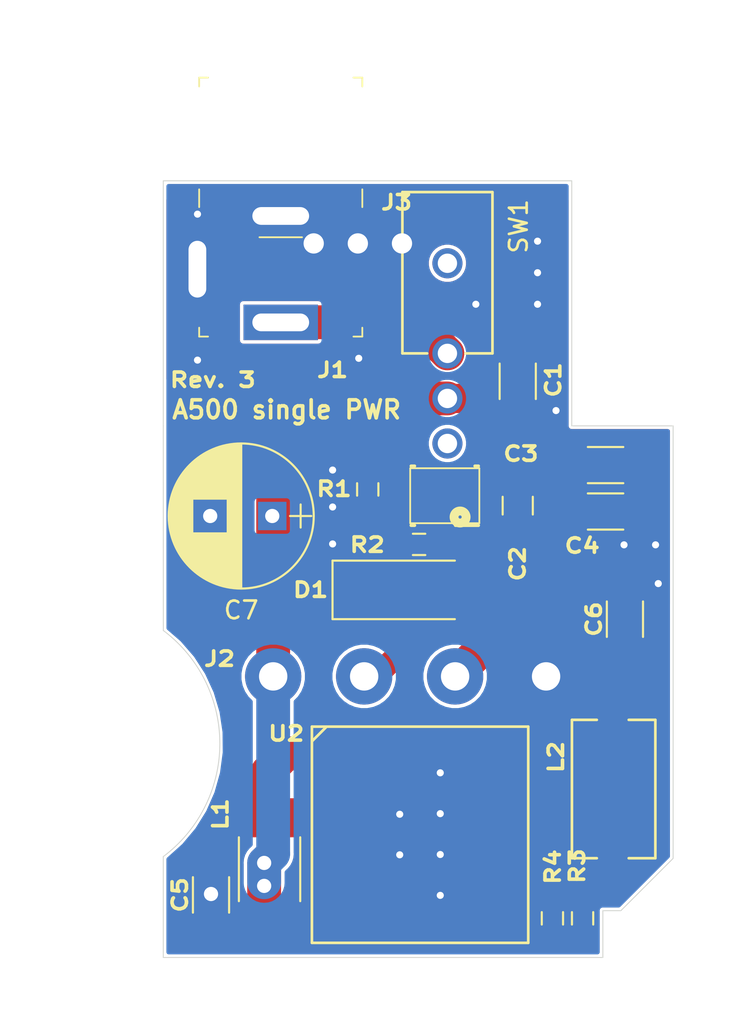
<source format=kicad_pcb>
(kicad_pcb (version 20171130) (host pcbnew 5.1.6)

  (general
    (thickness 1.6)
    (drawings 17)
    (tracks 136)
    (zones 0)
    (modules 20)
    (nets 20)
  )

  (page A4)
  (layers
    (0 F.Cu signal)
    (31 B.Cu signal)
    (32 B.Adhes user)
    (33 F.Adhes user)
    (34 B.Paste user)
    (35 F.Paste user)
    (36 B.SilkS user)
    (37 F.SilkS user)
    (38 B.Mask user)
    (39 F.Mask user)
    (40 Dwgs.User user)
    (41 Cmts.User user)
    (42 Eco1.User user)
    (43 Eco2.User user)
    (44 Edge.Cuts user)
    (45 Margin user)
    (46 B.CrtYd user)
    (47 F.CrtYd user)
    (48 B.Fab user)
    (49 F.Fab user hide)
  )

  (setup
    (last_trace_width 0.25)
    (user_trace_width 0.1524)
    (user_trace_width 0.2032)
    (user_trace_width 0.254)
    (user_trace_width 0.381)
    (user_trace_width 0.508)
    (user_trace_width 0.635)
    (user_trace_width 1.27)
    (user_trace_width 1.905)
    (trace_clearance 0.2)
    (zone_clearance 0.1524)
    (zone_45_only no)
    (trace_min 0.1524)
    (via_size 0.8)
    (via_drill 0.4)
    (via_min_size 0.4)
    (via_min_drill 0.3)
    (user_via 0.6 0.3)
    (user_via 0.8 0.4)
    (user_via 1 0.5)
    (user_via 1.2 0.8)
    (uvia_size 0.3)
    (uvia_drill 0.1)
    (uvias_allowed no)
    (uvia_min_size 0.2)
    (uvia_min_drill 0.1)
    (edge_width 0.05)
    (segment_width 0.2)
    (pcb_text_width 0.3)
    (pcb_text_size 1.5 1.5)
    (mod_edge_width 0.12)
    (mod_text_size 1 1)
    (mod_text_width 0.15)
    (pad_size 0.8 2.999999)
    (pad_drill 0)
    (pad_to_mask_clearance 0.051)
    (solder_mask_min_width 0.25)
    (aux_axis_origin 0 0)
    (visible_elements FFFFFF7F)
    (pcbplotparams
      (layerselection 0x010fc_ffffffff)
      (usegerberextensions true)
      (usegerberattributes false)
      (usegerberadvancedattributes false)
      (creategerberjobfile false)
      (excludeedgelayer true)
      (linewidth 0.100000)
      (plotframeref false)
      (viasonmask false)
      (mode 1)
      (useauxorigin false)
      (hpglpennumber 1)
      (hpglpenspeed 20)
      (hpglpendiameter 15.000000)
      (psnegative false)
      (psa4output false)
      (plotreference true)
      (plotvalue true)
      (plotinvisibletext false)
      (padsonsilk false)
      (subtractmaskfromsilk false)
      (outputformat 1)
      (mirror false)
      (drillshape 0)
      (scaleselection 1)
      (outputdirectory "gerber/"))
  )

  (net 0 "")
  (net 1 GND)
  (net 2 +12V)
  (net 3 -12V)
  (net 4 +5V)
  (net 5 "Net-(R1-Pad2)")
  (net 6 "Net-(U1-Pad2)")
  (net 7 "Net-(U1-Pad8)")
  (net 8 "Net-(U1-Pad9)")
  (net 9 "Net-(U1-Pad10)")
  (net 10 "Net-(L1-Pad1)")
  (net 11 "Net-(L2-Pad2)")
  (net 12 "Net-(R3-Pad1)")
  (net 13 "Net-(U2-PadE2)")
  (net 14 "Net-(U2-PadE1)")
  (net 15 "Net-(U2-PadD1)")
  (net 16 "Net-(U2-PadC1)")
  (net 17 /SW12V)
  (net 18 "Net-(SW1-Pad3)")
  (net 19 "Net-(U1-Pad5)")

  (net_class Default "Dies ist die voreingestellte Netzklasse."
    (clearance 0.2)
    (trace_width 0.25)
    (via_dia 0.8)
    (via_drill 0.4)
    (uvia_dia 0.3)
    (uvia_drill 0.1)
    (add_net +12V)
    (add_net +5V)
    (add_net -12V)
    (add_net /SW12V)
    (add_net GND)
    (add_net "Net-(L1-Pad1)")
    (add_net "Net-(L2-Pad2)")
    (add_net "Net-(R1-Pad2)")
    (add_net "Net-(R3-Pad1)")
    (add_net "Net-(SW1-Pad3)")
    (add_net "Net-(U1-Pad10)")
    (add_net "Net-(U1-Pad2)")
    (add_net "Net-(U1-Pad5)")
    (add_net "Net-(U1-Pad8)")
    (add_net "Net-(U1-Pad9)")
    (add_net "Net-(U2-PadC1)")
    (add_net "Net-(U2-PadD1)")
    (add_net "Net-(U2-PadE1)")
    (add_net "Net-(U2-PadE2)")
  )

  (module a500_pwr:Barrel_Jack_5.5mmODx2.1mmID_PJ-102A (layer F.Cu) (tedit 5EBFBF4C) (tstamp 5E1042E8)
    (at 62.2 113.5926)
    (path /5E0F1A03)
    (fp_text reference J1 (at 2.9224 5.6858) (layer F.SilkS)
      (effects (font (size 0.8128 1) (thickness 0.2032)))
    )
    (fp_text value PJ-102A (at 0 5.8) (layer F.Fab)
      (effects (font (size 1 1) (thickness 0.15)))
    )
    (fp_line (start -4.5 3.7) (end 4.5 3.7) (layer F.Fab) (width 0.1))
    (fp_line (start -4.5 3.7) (end -4.5 -10.7) (layer F.Fab) (width 0.1))
    (fp_line (start 4.5 3.7) (end 4.5 -10.7) (layer F.Fab) (width 0.1))
    (fp_line (start -4.5 -10.7) (end 4.5 -10.7) (layer F.Fab) (width 0.1))
    (fp_line (start 4.6 3.8) (end 4.1 3.8) (layer F.SilkS) (width 0.1))
    (fp_line (start 4.6 3.8) (end 4.6 3.3) (layer F.SilkS) (width 0.1))
    (fp_line (start -4.6 3.8) (end -4.1 3.8) (layer F.SilkS) (width 0.1))
    (fp_line (start -4.6 3.8) (end -4.6 3.3) (layer F.SilkS) (width 0.1))
    (fp_line (start -1.2 -1.8) (end 1.2 -1.8) (layer F.SilkS) (width 0.1))
    (fp_line (start -4.6 -10.8) (end -4.6 -10.3) (layer F.SilkS) (width 0.1))
    (fp_line (start -4.6 -10.8) (end -4.1 -10.8) (layer F.SilkS) (width 0.1))
    (fp_line (start 4.6 -10.8) (end 4.1 -10.8) (layer F.SilkS) (width 0.1))
    (fp_line (start 4.6 -10.8) (end 4.6 -10.3) (layer F.SilkS) (width 0.1))
    (fp_line (start -4.6 -3.5) (end -4.6 -4.5) (layer F.SilkS) (width 0.1))
    (fp_line (start 4.6 -3.5) (end 4.6 -4.5) (layer F.SilkS) (width 0.1))
    (fp_line (start -5.9 -10.95) (end 4.8 -10.95) (layer F.CrtYd) (width 0.05))
    (fp_line (start -5.9 -10.95) (end -5.9 4.25) (layer F.CrtYd) (width 0.05))
    (fp_line (start 4.8 -10.95) (end 4.8 4.25) (layer F.CrtYd) (width 0.05))
    (fp_line (start -5.9 4.25) (end 4.8 4.25) (layer F.CrtYd) (width 0.05))
    (pad 3 thru_hole rect (at -4.7 0) (size 2 4.2) (drill oval 1 3.2) (layers *.Cu *.Mask)
      (net 1 GND))
    (pad 1 thru_hole rect (at 0 3) (size 4.2 2) (drill oval 3.2 1) (layers *.Cu *.Mask)
      (net 17 /SW12V))
    (pad 2 thru_hole rect (at 0 -3) (size 4.2 2) (drill oval 3.2 1) (layers *.Cu *.Mask)
      (net 1 GND))
    (model ${KIPRJMOD}/3d/CUI_DEVICES_PJ-102A.step
      (offset (xyz 0 10.7 6.5))
      (scale (xyz 1 1 1))
      (rotate (xyz -90 0 -90))
    )
  )

  (module a500_pwr:rock_sw (layer F.Cu) (tedit 5E42D505) (tstamp 5E4359B6)
    (at 71.6 113.26 270)
    (path /5E43C212)
    (fp_text reference SW1 (at -2.0828 -4.0132 90) (layer F.SilkS)
      (effects (font (size 1 1) (thickness 0.15)))
    )
    (fp_text value RMS1R102M7QES (at 0.127 1.651 90) (layer F.Fab)
      (effects (font (size 1 1) (thickness 0.15)))
    )
    (fp_line (start -4.0132 2.54) (end 5.08 2.54) (layer F.SilkS) (width 0.15))
    (fp_line (start 5.08 2.54) (end 5.08 1.143) (layer F.SilkS) (width 0.15))
    (fp_line (start 5.08 -2.54) (end 5.08 -1.016) (layer F.SilkS) (width 0.15))
    (fp_line (start 5.08 -2.54) (end -4.0132 -2.54) (layer F.SilkS) (width 0.15))
    (fp_line (start -4.0132 -2.54) (end -4.0132 2.54) (layer F.SilkS) (width 0.15))
    (fp_line (start -4.0132 3.81) (end -4.0132 -3.81) (layer Dwgs.User) (width 0.12))
    (fp_line (start -4.0132 -3.81) (end -14.7828 -3.81) (layer Dwgs.User) (width 0.12))
    (fp_line (start -14.7828 -3.81) (end -14.7828 3.81) (layer Dwgs.User) (width 0.12))
    (fp_line (start -14.7828 3.81) (end -4.0132 3.81) (layer Dwgs.User) (width 0.12))
    (fp_line (start -12.3952 3.81) (end -12.3952 -3.81) (layer Dwgs.User) (width 0.12))
    (pad 3 thru_hole circle (at 10.16 0 270) (size 1.7 1.7) (drill 1.0922) (layers *.Cu *.Mask)
      (net 18 "Net-(SW1-Pad3)"))
    (pad 2 thru_hole circle (at 7.62 0 270) (size 1.7 1.7) (drill 1.0922) (layers *.Cu *.Mask)
      (net 2 +12V))
    (pad 1 thru_hole circle (at 5.08 0 270) (size 1.7 1.7) (drill 1.09) (layers *.Cu *.Mask)
      (net 17 /SW12V))
    (pad SH thru_hole circle (at 0 0 270) (size 1.7 1.7) (drill 1.09) (layers *.Cu *.Mask))
    (model ${KIPRJMOD}/3d/c-2267087-5-a-3d.stp
      (offset (xyz -4.0132 0 4.546599999999999))
      (scale (xyz 1 1 1))
      (rotate (xyz -90 0 90))
    )
  )

  (module Capacitors_THT:CP_Radial_D8.0mm_P3.50mm (layer F.Cu) (tedit 597BC7C2) (tstamp 5E362387)
    (at 61.722 127.508 180)
    (descr "CP, Radial series, Radial, pin pitch=3.50mm, , diameter=8mm, Electrolytic Capacitor")
    (tags "CP Radial series Radial pin pitch 3.50mm  diameter 8mm Electrolytic Capacitor")
    (path /5E364C29)
    (fp_text reference C7 (at 1.75 -5.31) (layer F.SilkS)
      (effects (font (size 1 1) (thickness 0.15)))
    )
    (fp_text value 330u (at 1.75 5.31) (layer F.Fab)
      (effects (font (size 1 1) (thickness 0.15)))
    )
    (fp_circle (center 1.75 0) (end 5.75 0) (layer F.Fab) (width 0.1))
    (fp_circle (center 1.75 0) (end 5.84 0) (layer F.SilkS) (width 0.12))
    (fp_line (start -2.2 0) (end -1 0) (layer F.Fab) (width 0.1))
    (fp_line (start -1.6 -0.65) (end -1.6 0.65) (layer F.Fab) (width 0.1))
    (fp_line (start 1.75 -4.05) (end 1.75 4.05) (layer F.SilkS) (width 0.12))
    (fp_line (start 1.79 -4.05) (end 1.79 4.05) (layer F.SilkS) (width 0.12))
    (fp_line (start 1.83 -4.05) (end 1.83 4.05) (layer F.SilkS) (width 0.12))
    (fp_line (start 1.87 -4.049) (end 1.87 4.049) (layer F.SilkS) (width 0.12))
    (fp_line (start 1.91 -4.047) (end 1.91 4.047) (layer F.SilkS) (width 0.12))
    (fp_line (start 1.95 -4.046) (end 1.95 4.046) (layer F.SilkS) (width 0.12))
    (fp_line (start 1.99 -4.043) (end 1.99 4.043) (layer F.SilkS) (width 0.12))
    (fp_line (start 2.03 -4.041) (end 2.03 4.041) (layer F.SilkS) (width 0.12))
    (fp_line (start 2.07 -4.038) (end 2.07 4.038) (layer F.SilkS) (width 0.12))
    (fp_line (start 2.11 -4.035) (end 2.11 4.035) (layer F.SilkS) (width 0.12))
    (fp_line (start 2.15 -4.031) (end 2.15 4.031) (layer F.SilkS) (width 0.12))
    (fp_line (start 2.19 -4.027) (end 2.19 4.027) (layer F.SilkS) (width 0.12))
    (fp_line (start 2.23 -4.022) (end 2.23 4.022) (layer F.SilkS) (width 0.12))
    (fp_line (start 2.27 -4.017) (end 2.27 4.017) (layer F.SilkS) (width 0.12))
    (fp_line (start 2.31 -4.012) (end 2.31 4.012) (layer F.SilkS) (width 0.12))
    (fp_line (start 2.35 -4.006) (end 2.35 4.006) (layer F.SilkS) (width 0.12))
    (fp_line (start 2.39 -4) (end 2.39 4) (layer F.SilkS) (width 0.12))
    (fp_line (start 2.43 -3.994) (end 2.43 3.994) (layer F.SilkS) (width 0.12))
    (fp_line (start 2.471 -3.987) (end 2.471 3.987) (layer F.SilkS) (width 0.12))
    (fp_line (start 2.511 -3.979) (end 2.511 3.979) (layer F.SilkS) (width 0.12))
    (fp_line (start 2.551 -3.971) (end 2.551 -0.98) (layer F.SilkS) (width 0.12))
    (fp_line (start 2.551 0.98) (end 2.551 3.971) (layer F.SilkS) (width 0.12))
    (fp_line (start 2.591 -3.963) (end 2.591 -0.98) (layer F.SilkS) (width 0.12))
    (fp_line (start 2.591 0.98) (end 2.591 3.963) (layer F.SilkS) (width 0.12))
    (fp_line (start 2.631 -3.955) (end 2.631 -0.98) (layer F.SilkS) (width 0.12))
    (fp_line (start 2.631 0.98) (end 2.631 3.955) (layer F.SilkS) (width 0.12))
    (fp_line (start 2.671 -3.946) (end 2.671 -0.98) (layer F.SilkS) (width 0.12))
    (fp_line (start 2.671 0.98) (end 2.671 3.946) (layer F.SilkS) (width 0.12))
    (fp_line (start 2.711 -3.936) (end 2.711 -0.98) (layer F.SilkS) (width 0.12))
    (fp_line (start 2.711 0.98) (end 2.711 3.936) (layer F.SilkS) (width 0.12))
    (fp_line (start 2.751 -3.926) (end 2.751 -0.98) (layer F.SilkS) (width 0.12))
    (fp_line (start 2.751 0.98) (end 2.751 3.926) (layer F.SilkS) (width 0.12))
    (fp_line (start 2.791 -3.916) (end 2.791 -0.98) (layer F.SilkS) (width 0.12))
    (fp_line (start 2.791 0.98) (end 2.791 3.916) (layer F.SilkS) (width 0.12))
    (fp_line (start 2.831 -3.905) (end 2.831 -0.98) (layer F.SilkS) (width 0.12))
    (fp_line (start 2.831 0.98) (end 2.831 3.905) (layer F.SilkS) (width 0.12))
    (fp_line (start 2.871 -3.894) (end 2.871 -0.98) (layer F.SilkS) (width 0.12))
    (fp_line (start 2.871 0.98) (end 2.871 3.894) (layer F.SilkS) (width 0.12))
    (fp_line (start 2.911 -3.883) (end 2.911 -0.98) (layer F.SilkS) (width 0.12))
    (fp_line (start 2.911 0.98) (end 2.911 3.883) (layer F.SilkS) (width 0.12))
    (fp_line (start 2.951 -3.87) (end 2.951 -0.98) (layer F.SilkS) (width 0.12))
    (fp_line (start 2.951 0.98) (end 2.951 3.87) (layer F.SilkS) (width 0.12))
    (fp_line (start 2.991 -3.858) (end 2.991 -0.98) (layer F.SilkS) (width 0.12))
    (fp_line (start 2.991 0.98) (end 2.991 3.858) (layer F.SilkS) (width 0.12))
    (fp_line (start 3.031 -3.845) (end 3.031 -0.98) (layer F.SilkS) (width 0.12))
    (fp_line (start 3.031 0.98) (end 3.031 3.845) (layer F.SilkS) (width 0.12))
    (fp_line (start 3.071 -3.832) (end 3.071 -0.98) (layer F.SilkS) (width 0.12))
    (fp_line (start 3.071 0.98) (end 3.071 3.832) (layer F.SilkS) (width 0.12))
    (fp_line (start 3.111 -3.818) (end 3.111 -0.98) (layer F.SilkS) (width 0.12))
    (fp_line (start 3.111 0.98) (end 3.111 3.818) (layer F.SilkS) (width 0.12))
    (fp_line (start 3.151 -3.803) (end 3.151 -0.98) (layer F.SilkS) (width 0.12))
    (fp_line (start 3.151 0.98) (end 3.151 3.803) (layer F.SilkS) (width 0.12))
    (fp_line (start 3.191 -3.789) (end 3.191 -0.98) (layer F.SilkS) (width 0.12))
    (fp_line (start 3.191 0.98) (end 3.191 3.789) (layer F.SilkS) (width 0.12))
    (fp_line (start 3.231 -3.773) (end 3.231 -0.98) (layer F.SilkS) (width 0.12))
    (fp_line (start 3.231 0.98) (end 3.231 3.773) (layer F.SilkS) (width 0.12))
    (fp_line (start 3.271 -3.758) (end 3.271 -0.98) (layer F.SilkS) (width 0.12))
    (fp_line (start 3.271 0.98) (end 3.271 3.758) (layer F.SilkS) (width 0.12))
    (fp_line (start 3.311 -3.741) (end 3.311 -0.98) (layer F.SilkS) (width 0.12))
    (fp_line (start 3.311 0.98) (end 3.311 3.741) (layer F.SilkS) (width 0.12))
    (fp_line (start 3.351 -3.725) (end 3.351 -0.98) (layer F.SilkS) (width 0.12))
    (fp_line (start 3.351 0.98) (end 3.351 3.725) (layer F.SilkS) (width 0.12))
    (fp_line (start 3.391 -3.707) (end 3.391 -0.98) (layer F.SilkS) (width 0.12))
    (fp_line (start 3.391 0.98) (end 3.391 3.707) (layer F.SilkS) (width 0.12))
    (fp_line (start 3.431 -3.69) (end 3.431 -0.98) (layer F.SilkS) (width 0.12))
    (fp_line (start 3.431 0.98) (end 3.431 3.69) (layer F.SilkS) (width 0.12))
    (fp_line (start 3.471 -3.671) (end 3.471 -0.98) (layer F.SilkS) (width 0.12))
    (fp_line (start 3.471 0.98) (end 3.471 3.671) (layer F.SilkS) (width 0.12))
    (fp_line (start 3.511 -3.652) (end 3.511 -0.98) (layer F.SilkS) (width 0.12))
    (fp_line (start 3.511 0.98) (end 3.511 3.652) (layer F.SilkS) (width 0.12))
    (fp_line (start 3.551 -3.633) (end 3.551 -0.98) (layer F.SilkS) (width 0.12))
    (fp_line (start 3.551 0.98) (end 3.551 3.633) (layer F.SilkS) (width 0.12))
    (fp_line (start 3.591 -3.613) (end 3.591 -0.98) (layer F.SilkS) (width 0.12))
    (fp_line (start 3.591 0.98) (end 3.591 3.613) (layer F.SilkS) (width 0.12))
    (fp_line (start 3.631 -3.593) (end 3.631 -0.98) (layer F.SilkS) (width 0.12))
    (fp_line (start 3.631 0.98) (end 3.631 3.593) (layer F.SilkS) (width 0.12))
    (fp_line (start 3.671 -3.572) (end 3.671 -0.98) (layer F.SilkS) (width 0.12))
    (fp_line (start 3.671 0.98) (end 3.671 3.572) (layer F.SilkS) (width 0.12))
    (fp_line (start 3.711 -3.55) (end 3.711 -0.98) (layer F.SilkS) (width 0.12))
    (fp_line (start 3.711 0.98) (end 3.711 3.55) (layer F.SilkS) (width 0.12))
    (fp_line (start 3.751 -3.528) (end 3.751 -0.98) (layer F.SilkS) (width 0.12))
    (fp_line (start 3.751 0.98) (end 3.751 3.528) (layer F.SilkS) (width 0.12))
    (fp_line (start 3.791 -3.505) (end 3.791 -0.98) (layer F.SilkS) (width 0.12))
    (fp_line (start 3.791 0.98) (end 3.791 3.505) (layer F.SilkS) (width 0.12))
    (fp_line (start 3.831 -3.482) (end 3.831 -0.98) (layer F.SilkS) (width 0.12))
    (fp_line (start 3.831 0.98) (end 3.831 3.482) (layer F.SilkS) (width 0.12))
    (fp_line (start 3.871 -3.458) (end 3.871 -0.98) (layer F.SilkS) (width 0.12))
    (fp_line (start 3.871 0.98) (end 3.871 3.458) (layer F.SilkS) (width 0.12))
    (fp_line (start 3.911 -3.434) (end 3.911 -0.98) (layer F.SilkS) (width 0.12))
    (fp_line (start 3.911 0.98) (end 3.911 3.434) (layer F.SilkS) (width 0.12))
    (fp_line (start 3.951 -3.408) (end 3.951 -0.98) (layer F.SilkS) (width 0.12))
    (fp_line (start 3.951 0.98) (end 3.951 3.408) (layer F.SilkS) (width 0.12))
    (fp_line (start 3.991 -3.383) (end 3.991 -0.98) (layer F.SilkS) (width 0.12))
    (fp_line (start 3.991 0.98) (end 3.991 3.383) (layer F.SilkS) (width 0.12))
    (fp_line (start 4.031 -3.356) (end 4.031 -0.98) (layer F.SilkS) (width 0.12))
    (fp_line (start 4.031 0.98) (end 4.031 3.356) (layer F.SilkS) (width 0.12))
    (fp_line (start 4.071 -3.329) (end 4.071 -0.98) (layer F.SilkS) (width 0.12))
    (fp_line (start 4.071 0.98) (end 4.071 3.329) (layer F.SilkS) (width 0.12))
    (fp_line (start 4.111 -3.301) (end 4.111 -0.98) (layer F.SilkS) (width 0.12))
    (fp_line (start 4.111 0.98) (end 4.111 3.301) (layer F.SilkS) (width 0.12))
    (fp_line (start 4.151 -3.272) (end 4.151 -0.98) (layer F.SilkS) (width 0.12))
    (fp_line (start 4.151 0.98) (end 4.151 3.272) (layer F.SilkS) (width 0.12))
    (fp_line (start 4.191 -3.243) (end 4.191 -0.98) (layer F.SilkS) (width 0.12))
    (fp_line (start 4.191 0.98) (end 4.191 3.243) (layer F.SilkS) (width 0.12))
    (fp_line (start 4.231 -3.213) (end 4.231 -0.98) (layer F.SilkS) (width 0.12))
    (fp_line (start 4.231 0.98) (end 4.231 3.213) (layer F.SilkS) (width 0.12))
    (fp_line (start 4.271 -3.182) (end 4.271 -0.98) (layer F.SilkS) (width 0.12))
    (fp_line (start 4.271 0.98) (end 4.271 3.182) (layer F.SilkS) (width 0.12))
    (fp_line (start 4.311 -3.15) (end 4.311 -0.98) (layer F.SilkS) (width 0.12))
    (fp_line (start 4.311 0.98) (end 4.311 3.15) (layer F.SilkS) (width 0.12))
    (fp_line (start 4.351 -3.118) (end 4.351 -0.98) (layer F.SilkS) (width 0.12))
    (fp_line (start 4.351 0.98) (end 4.351 3.118) (layer F.SilkS) (width 0.12))
    (fp_line (start 4.391 -3.084) (end 4.391 -0.98) (layer F.SilkS) (width 0.12))
    (fp_line (start 4.391 0.98) (end 4.391 3.084) (layer F.SilkS) (width 0.12))
    (fp_line (start 4.431 -3.05) (end 4.431 -0.98) (layer F.SilkS) (width 0.12))
    (fp_line (start 4.431 0.98) (end 4.431 3.05) (layer F.SilkS) (width 0.12))
    (fp_line (start 4.471 -3.015) (end 4.471 -0.98) (layer F.SilkS) (width 0.12))
    (fp_line (start 4.471 0.98) (end 4.471 3.015) (layer F.SilkS) (width 0.12))
    (fp_line (start 4.511 -2.979) (end 4.511 2.979) (layer F.SilkS) (width 0.12))
    (fp_line (start 4.551 -2.942) (end 4.551 2.942) (layer F.SilkS) (width 0.12))
    (fp_line (start 4.591 -2.904) (end 4.591 2.904) (layer F.SilkS) (width 0.12))
    (fp_line (start 4.631 -2.865) (end 4.631 2.865) (layer F.SilkS) (width 0.12))
    (fp_line (start 4.671 -2.824) (end 4.671 2.824) (layer F.SilkS) (width 0.12))
    (fp_line (start 4.711 -2.783) (end 4.711 2.783) (layer F.SilkS) (width 0.12))
    (fp_line (start 4.751 -2.74) (end 4.751 2.74) (layer F.SilkS) (width 0.12))
    (fp_line (start 4.791 -2.697) (end 4.791 2.697) (layer F.SilkS) (width 0.12))
    (fp_line (start 4.831 -2.652) (end 4.831 2.652) (layer F.SilkS) (width 0.12))
    (fp_line (start 4.871 -2.605) (end 4.871 2.605) (layer F.SilkS) (width 0.12))
    (fp_line (start 4.911 -2.557) (end 4.911 2.557) (layer F.SilkS) (width 0.12))
    (fp_line (start 4.951 -2.508) (end 4.951 2.508) (layer F.SilkS) (width 0.12))
    (fp_line (start 4.991 -2.457) (end 4.991 2.457) (layer F.SilkS) (width 0.12))
    (fp_line (start 5.031 -2.404) (end 5.031 2.404) (layer F.SilkS) (width 0.12))
    (fp_line (start 5.071 -2.349) (end 5.071 2.349) (layer F.SilkS) (width 0.12))
    (fp_line (start 5.111 -2.293) (end 5.111 2.293) (layer F.SilkS) (width 0.12))
    (fp_line (start 5.151 -2.234) (end 5.151 2.234) (layer F.SilkS) (width 0.12))
    (fp_line (start 5.191 -2.173) (end 5.191 2.173) (layer F.SilkS) (width 0.12))
    (fp_line (start 5.231 -2.109) (end 5.231 2.109) (layer F.SilkS) (width 0.12))
    (fp_line (start 5.271 -2.043) (end 5.271 2.043) (layer F.SilkS) (width 0.12))
    (fp_line (start 5.311 -1.974) (end 5.311 1.974) (layer F.SilkS) (width 0.12))
    (fp_line (start 5.351 -1.902) (end 5.351 1.902) (layer F.SilkS) (width 0.12))
    (fp_line (start 5.391 -1.826) (end 5.391 1.826) (layer F.SilkS) (width 0.12))
    (fp_line (start 5.431 -1.745) (end 5.431 1.745) (layer F.SilkS) (width 0.12))
    (fp_line (start 5.471 -1.66) (end 5.471 1.66) (layer F.SilkS) (width 0.12))
    (fp_line (start 5.511 -1.57) (end 5.511 1.57) (layer F.SilkS) (width 0.12))
    (fp_line (start 5.551 -1.473) (end 5.551 1.473) (layer F.SilkS) (width 0.12))
    (fp_line (start 5.591 -1.369) (end 5.591 1.369) (layer F.SilkS) (width 0.12))
    (fp_line (start 5.631 -1.254) (end 5.631 1.254) (layer F.SilkS) (width 0.12))
    (fp_line (start 5.671 -1.127) (end 5.671 1.127) (layer F.SilkS) (width 0.12))
    (fp_line (start 5.711 -0.983) (end 5.711 0.983) (layer F.SilkS) (width 0.12))
    (fp_line (start 5.751 -0.814) (end 5.751 0.814) (layer F.SilkS) (width 0.12))
    (fp_line (start 5.791 -0.598) (end 5.791 0.598) (layer F.SilkS) (width 0.12))
    (fp_line (start 5.831 -0.246) (end 5.831 0.246) (layer F.SilkS) (width 0.12))
    (fp_line (start -2.2 0) (end -1 0) (layer F.SilkS) (width 0.12))
    (fp_line (start -1.6 -0.65) (end -1.6 0.65) (layer F.SilkS) (width 0.12))
    (fp_line (start -2.6 -4.35) (end -2.6 4.35) (layer F.CrtYd) (width 0.05))
    (fp_line (start -2.6 4.35) (end 6.1 4.35) (layer F.CrtYd) (width 0.05))
    (fp_line (start 6.1 4.35) (end 6.1 -4.35) (layer F.CrtYd) (width 0.05))
    (fp_line (start 6.1 -4.35) (end -2.6 -4.35) (layer F.CrtYd) (width 0.05))
    (fp_text user %R (at 1.75 0) (layer F.Fab)
      (effects (font (size 1 1) (thickness 0.15)))
    )
    (pad 2 thru_hole circle (at 3.5 0 180) (size 1.6 1.6) (drill 0.8) (layers *.Cu *.Mask)
      (net 1 GND))
    (pad 1 thru_hole rect (at 0 0 180) (size 1.6 1.6) (drill 0.8) (layers *.Cu *.Mask)
      (net 2 +12V))
    (model ${KISYS3DMOD}/Capacitors_THT.3dshapes/CP_Radial_D8.0mm_P3.50mm.wrl
      (at (xyz 0 0 0))
      (scale (xyz 1 1 1))
      (rotate (xyz 0 0 0))
    )
    (model ${KISYS3DMOD}/Capacitor_THT.3dshapes/C_Radial_D8.0mm_H7.0mm_P3.50mm.wrl
      (at (xyz 0 0 0))
      (scale (xyz 1 1 1))
      (rotate (xyz 0 0 0))
    )
  )

  (module a500_pwr:fb_5v (layer F.Cu) (tedit 5E0E3DB0) (tstamp 5E116B7E)
    (at 80.9244 142.9004 270)
    (path /5E126F9E)
    (fp_text reference L2 (at -1.8034 3.2004 90) (layer F.SilkS)
      (effects (font (size 0.8128 1) (thickness 0.2032)))
    )
    (fp_text value 7427932 (at -3.7 3.6 90) (layer F.Fab)
      (effects (font (size 1 1) (thickness 0.15)))
    )
    (fp_line (start -3.9 -2.402) (end -3.9 -0.9) (layer F.SilkS) (width 0.15))
    (fp_line (start -3.9 0.9) (end -3.9 2.303) (layer F.SilkS) (width 0.15))
    (fp_line (start -3.9 2.303) (end 3.9 2.303) (layer F.SilkS) (width 0.15))
    (fp_line (start 3.9 2.3) (end 3.9 0.9) (layer F.SilkS) (width 0.15))
    (fp_line (start 3.9 -0.9) (end 3.9 -2.4) (layer F.SilkS) (width 0.15))
    (fp_line (start 3.9 -2.402) (end -3.9 -2.402) (layer F.SilkS) (width 0.15))
    (pad 2 smd rect (at 3.6 -0.027 270) (size 3 1.47) (layers F.Cu F.Paste F.Mask)
      (net 11 "Net-(L2-Pad2)"))
    (pad 1 smd rect (at -3.7 -0.027 270) (size 3 1.47) (layers F.Cu F.Paste F.Mask)
      (net 4 +5V))
  )

  (module Capacitors_SMD:C_1206_HandSoldering (layer F.Cu) (tedit 58AA84D1) (tstamp 5E116AC1)
    (at 58.2676 148.8694 90)
    (descr "Capacitor SMD 1206, hand soldering")
    (tags "capacitor 1206")
    (path /5E1277EB)
    (attr smd)
    (fp_text reference C5 (at 0 -1.75 90) (layer F.SilkS)
      (effects (font (size 0.8128 1) (thickness 0.2032)))
    )
    (fp_text value "10u 25V" (at 0 1.75 90) (layer F.Fab)
      (effects (font (size 1 1) (thickness 0.15)))
    )
    (fp_line (start -1.6 0.8) (end -1.6 -0.8) (layer F.Fab) (width 0.1))
    (fp_line (start 1.6 0.8) (end -1.6 0.8) (layer F.Fab) (width 0.1))
    (fp_line (start 1.6 -0.8) (end 1.6 0.8) (layer F.Fab) (width 0.1))
    (fp_line (start -1.6 -0.8) (end 1.6 -0.8) (layer F.Fab) (width 0.1))
    (fp_line (start 1 -1.02) (end -1 -1.02) (layer F.SilkS) (width 0.12))
    (fp_line (start -1 1.02) (end 1 1.02) (layer F.SilkS) (width 0.12))
    (fp_line (start -3.25 -1.05) (end 3.25 -1.05) (layer F.CrtYd) (width 0.05))
    (fp_line (start -3.25 -1.05) (end -3.25 1.05) (layer F.CrtYd) (width 0.05))
    (fp_line (start 3.25 1.05) (end 3.25 -1.05) (layer F.CrtYd) (width 0.05))
    (fp_line (start 3.25 1.05) (end -3.25 1.05) (layer F.CrtYd) (width 0.05))
    (fp_text user %R (at 0 -1.75 90) (layer F.Fab)
      (effects (font (size 1 1) (thickness 0.15)))
    )
    (pad 2 smd rect (at 2 0 90) (size 2 1.6) (layers F.Cu F.Paste F.Mask)
      (net 1 GND))
    (pad 1 smd rect (at -2 0 90) (size 2 1.6) (layers F.Cu F.Paste F.Mask)
      (net 2 +12V))
    (model ${KISYS3DMOD}/Capacitor_SMD.3dshapes/C_1206_3216Metric.wrl
      (at (xyz 0 0 0))
      (scale (xyz 1 1 1))
      (rotate (xyz 0 0 0))
    )
  )

  (module Capacitors_SMD:C_1206_HandSoldering (layer F.Cu) (tedit 58AA84D1) (tstamp 5E116AD2)
    (at 81.6102 133.3246 90)
    (descr "Capacitor SMD 1206, hand soldering")
    (tags "capacitor 1206")
    (path /5E12A386)
    (attr smd)
    (fp_text reference C6 (at 0 -1.75 90) (layer F.SilkS)
      (effects (font (size 0.8128 1) (thickness 0.2032)))
    )
    (fp_text value 22u (at 0 1.75 90) (layer F.Fab)
      (effects (font (size 1 1) (thickness 0.15)))
    )
    (fp_line (start -1.6 0.8) (end -1.6 -0.8) (layer F.Fab) (width 0.1))
    (fp_line (start 1.6 0.8) (end -1.6 0.8) (layer F.Fab) (width 0.1))
    (fp_line (start 1.6 -0.8) (end 1.6 0.8) (layer F.Fab) (width 0.1))
    (fp_line (start -1.6 -0.8) (end 1.6 -0.8) (layer F.Fab) (width 0.1))
    (fp_line (start 1 -1.02) (end -1 -1.02) (layer F.SilkS) (width 0.12))
    (fp_line (start -1 1.02) (end 1 1.02) (layer F.SilkS) (width 0.12))
    (fp_line (start -3.25 -1.05) (end 3.25 -1.05) (layer F.CrtYd) (width 0.05))
    (fp_line (start -3.25 -1.05) (end -3.25 1.05) (layer F.CrtYd) (width 0.05))
    (fp_line (start 3.25 1.05) (end 3.25 -1.05) (layer F.CrtYd) (width 0.05))
    (fp_line (start 3.25 1.05) (end -3.25 1.05) (layer F.CrtYd) (width 0.05))
    (fp_text user %R (at 0 -1.75 90) (layer F.Fab)
      (effects (font (size 1 1) (thickness 0.15)))
    )
    (pad 2 smd rect (at 2 0 90) (size 2 1.6) (layers F.Cu F.Paste F.Mask)
      (net 1 GND))
    (pad 1 smd rect (at -2 0 90) (size 2 1.6) (layers F.Cu F.Paste F.Mask)
      (net 4 +5V))
    (model ${KISYS3DMOD}/Capacitor_SMD.3dshapes/C_1206_3216Metric.wrl
      (at (xyz 0 0 0))
      (scale (xyz 1 1 1))
      (rotate (xyz 0 0 0))
    )
  )

  (module a500_pwr:RPM5.0-6.0 (layer F.Cu) (tedit 5E0DF9AD) (tstamp 5E116C36)
    (at 70.0278 145.542)
    (path /5E10C8ED)
    (fp_text reference U2 (at -7.5184 -5.7658) (layer F.SilkS)
      (effects (font (size 0.8128 1) (thickness 0.2032)))
    )
    (fp_text value RPM5.0-6.0 (at -0.1 7.3) (layer F.Fab)
      (effects (font (size 1 1) (thickness 0.15)))
    )
    (fp_line (start -6.07 6.03) (end 6.13 6.03) (layer F.SilkS) (width 0.15))
    (fp_line (start 6.13 6.03) (end 6.13 -6.16) (layer F.SilkS) (width 0.15))
    (fp_line (start -6.07 -6.16) (end 6.13 -6.16) (layer F.SilkS) (width 0.15))
    (fp_line (start -6.07 6.03) (end -6.07 -6.16) (layer F.SilkS) (width 0.15))
    (fp_line (start -6.05 -5.35) (end -5.25 -6.15) (layer F.SilkS) (width 0.15))
    (pad E5 smd rect (at 4.61 4.51) (size 1.06 1.06) (layers F.Cu F.Paste F.Mask)
      (net 12 "Net-(R3-Pad1)"))
    (pad D5 smd rect (at 4.61 2.22) (size 1.06 1.06) (layers F.Cu F.Paste F.Mask)
      (net 1 GND))
    (pad C5 smd rect (at 4.61 -0.07) (size 1.06 1.06) (layers F.Cu F.Paste F.Mask)
      (net 11 "Net-(L2-Pad2)"))
    (pad B5 smd rect (at 4.61 -2.36) (size 1.06 1.06) (layers F.Cu F.Paste F.Mask)
      (net 11 "Net-(L2-Pad2)"))
    (pad A5 smd rect (at 4.61 -4.65) (size 1.06 1.06) (layers F.Cu F.Paste F.Mask)
      (net 11 "Net-(L2-Pad2)"))
    (pad E4 smd rect (at 2.32 4.51) (size 1.06 1.06) (layers F.Cu F.Paste F.Mask)
      (net 1 GND))
    (pad D4 smd rect (at 2.32 2.22) (size 1.06 1.06) (layers F.Cu F.Paste F.Mask)
      (net 1 GND))
    (pad C4 smd rect (at 2.32 -0.07) (size 1.06 1.06) (layers F.Cu F.Paste F.Mask)
      (net 1 GND))
    (pad B4 smd rect (at 2.32 -2.36) (size 1.06 1.06) (layers F.Cu F.Paste F.Mask)
      (net 1 GND))
    (pad A4 smd rect (at 2.32 -4.65) (size 1.06 1.06) (layers F.Cu F.Paste F.Mask)
      (net 1 GND))
    (pad E3 smd rect (at 0.03 4.51) (size 1.06 1.06) (layers F.Cu F.Paste F.Mask)
      (net 1 GND))
    (pad D3 smd rect (at 0.03 2.22) (size 1.06 1.06) (layers F.Cu F.Paste F.Mask)
      (net 1 GND))
    (pad C3 smd rect (at 0.03 -0.07) (size 1.06 1.06) (layers F.Cu F.Paste F.Mask)
      (net 1 GND))
    (pad B3 smd rect (at 0.03 -2.36) (size 1.06 1.06) (layers F.Cu F.Paste F.Mask)
      (net 1 GND))
    (pad A3 smd rect (at 0.03 -4.65) (size 1.06 1.06) (layers F.Cu F.Paste F.Mask)
      (net 1 GND))
    (pad E2 smd rect (at -2.26 4.51) (size 1.06 1.06) (layers F.Cu F.Paste F.Mask)
      (net 13 "Net-(U2-PadE2)"))
    (pad D2 smd rect (at -2.26 2.22) (size 1.06 1.06) (layers F.Cu F.Paste F.Mask)
      (net 1 GND))
    (pad C2 smd rect (at -2.26 -0.07) (size 1.06 1.06) (layers F.Cu F.Paste F.Mask)
      (net 1 GND))
    (pad B2 smd rect (at -2.26 -2.36) (size 1.06 1.06) (layers F.Cu F.Paste F.Mask)
      (net 1 GND))
    (pad A2 smd rect (at -2.26 -4.65) (size 1.06 1.06) (layers F.Cu F.Paste F.Mask)
      (net 10 "Net-(L1-Pad1)"))
    (pad E1 smd rect (at -4.55 4.51) (size 1.06 1.06) (layers F.Cu F.Paste F.Mask)
      (net 14 "Net-(U2-PadE1)"))
    (pad D1 smd rect (at -4.55 2.22) (size 1.06 1.06) (layers F.Cu F.Paste F.Mask)
      (net 15 "Net-(U2-PadD1)"))
    (pad C1 smd rect (at -4.55 -0.07) (size 1.06 1.06) (layers F.Cu F.Paste F.Mask)
      (net 16 "Net-(U2-PadC1)"))
    (pad B1 smd rect (at -4.55 -2.36) (size 1.06 1.06) (layers F.Cu F.Paste F.Mask)
      (net 1 GND))
    (pad A1 smd rect (at -4.55 -4.65) (size 1.06 1.06) (layers F.Cu F.Paste F.Mask)
      (net 10 "Net-(L1-Pad1)"))
    (model ${KIPRJMOD}/3d/RPM-6.0.step
      (offset (xyz -6.3 -6 1))
      (scale (xyz 1 1 1))
      (rotate (xyz 0 0 0))
    )
  )

  (module Capacitors_SMD:C_0603_HandSoldering (layer F.Cu) (tedit 58AA848B) (tstamp 5E116BE0)
    (at 77.5208 150.1902 270)
    (descr "Capacitor SMD 0603, hand soldering")
    (tags "capacitor 0603")
    (path /5E13473C)
    (attr smd)
    (fp_text reference R4 (at -2.8956 -0.0254 90) (layer F.SilkS)
      (effects (font (size 0.8128 1) (thickness 0.2032)))
    )
    (fp_text value Rup (at 0 1.5 90) (layer F.Fab)
      (effects (font (size 1 1) (thickness 0.15)))
    )
    (fp_line (start -0.8 0.4) (end -0.8 -0.4) (layer F.Fab) (width 0.1))
    (fp_line (start 0.8 0.4) (end -0.8 0.4) (layer F.Fab) (width 0.1))
    (fp_line (start 0.8 -0.4) (end 0.8 0.4) (layer F.Fab) (width 0.1))
    (fp_line (start -0.8 -0.4) (end 0.8 -0.4) (layer F.Fab) (width 0.1))
    (fp_line (start -0.35 -0.6) (end 0.35 -0.6) (layer F.SilkS) (width 0.12))
    (fp_line (start 0.35 0.6) (end -0.35 0.6) (layer F.SilkS) (width 0.12))
    (fp_line (start -1.8 -0.65) (end 1.8 -0.65) (layer F.CrtYd) (width 0.05))
    (fp_line (start -1.8 -0.65) (end -1.8 0.65) (layer F.CrtYd) (width 0.05))
    (fp_line (start 1.8 0.65) (end 1.8 -0.65) (layer F.CrtYd) (width 0.05))
    (fp_line (start 1.8 0.65) (end -1.8 0.65) (layer F.CrtYd) (width 0.05))
    (fp_text user %R (at 0 -1.25 90) (layer F.Fab)
      (effects (font (size 1 1) (thickness 0.15)))
    )
    (pad 2 smd rect (at 0.95 0 270) (size 1.2 0.75) (layers F.Cu F.Paste F.Mask)
      (net 12 "Net-(R3-Pad1)"))
    (pad 1 smd rect (at -0.95 0 270) (size 1.2 0.75) (layers F.Cu F.Paste F.Mask)
      (net 1 GND))
    (model Capacitors_SMD.3dshapes/C_0603.wrl
      (at (xyz 0 0 0))
      (scale (xyz 1 1 1))
      (rotate (xyz 0 0 0))
    )
  )

  (module Capacitors_SMD:C_0603_HandSoldering (layer F.Cu) (tedit 58AA848B) (tstamp 5E116BCF)
    (at 79.2226 150.1902 90)
    (descr "Capacitor SMD 0603, hand soldering")
    (tags "capacitor 0603")
    (path /5E133C8C)
    (attr smd)
    (fp_text reference R3 (at 2.9464 -0.3048 90) (layer F.SilkS)
      (effects (font (size 0.8128 1) (thickness 0.2032)))
    )
    (fp_text value Rdown (at 0 1.5 90) (layer F.Fab)
      (effects (font (size 1 1) (thickness 0.15)))
    )
    (fp_line (start -0.8 0.4) (end -0.8 -0.4) (layer F.Fab) (width 0.1))
    (fp_line (start 0.8 0.4) (end -0.8 0.4) (layer F.Fab) (width 0.1))
    (fp_line (start 0.8 -0.4) (end 0.8 0.4) (layer F.Fab) (width 0.1))
    (fp_line (start -0.8 -0.4) (end 0.8 -0.4) (layer F.Fab) (width 0.1))
    (fp_line (start -0.35 -0.6) (end 0.35 -0.6) (layer F.SilkS) (width 0.12))
    (fp_line (start 0.35 0.6) (end -0.35 0.6) (layer F.SilkS) (width 0.12))
    (fp_line (start -1.8 -0.65) (end 1.8 -0.65) (layer F.CrtYd) (width 0.05))
    (fp_line (start -1.8 -0.65) (end -1.8 0.65) (layer F.CrtYd) (width 0.05))
    (fp_line (start 1.8 0.65) (end 1.8 -0.65) (layer F.CrtYd) (width 0.05))
    (fp_line (start 1.8 0.65) (end -1.8 0.65) (layer F.CrtYd) (width 0.05))
    (fp_text user %R (at 0 -1.25 90) (layer F.Fab)
      (effects (font (size 1 1) (thickness 0.15)))
    )
    (pad 2 smd rect (at 0.95 0 90) (size 1.2 0.75) (layers F.Cu F.Paste F.Mask)
      (net 11 "Net-(L2-Pad2)"))
    (pad 1 smd rect (at -0.95 0 90) (size 1.2 0.75) (layers F.Cu F.Paste F.Mask)
      (net 12 "Net-(R3-Pad1)"))
    (model Capacitors_SMD.3dshapes/C_0603.wrl
      (at (xyz 0 0 0))
      (scale (xyz 1 1 1))
      (rotate (xyz 0 0 0))
    )
  )

  (module Capacitors_SMD:C_1812_HandSoldering (layer F.Cu) (tedit 58AA8525) (tstamp 5E116B6D)
    (at 61.5696 147.4216 270)
    (descr "Capacitor SMD 1812, hand soldering")
    (tags "capacitor 1812")
    (path /5E11ED99)
    (attr smd)
    (fp_text reference L1 (at -3.0988 2.7686 90) (layer F.SilkS)
      (effects (font (size 0.8128 1) (thickness 0.2032)))
    )
    (fp_text value 742792510 (at 0 2.75 90) (layer F.Fab)
      (effects (font (size 1 1) (thickness 0.15)))
    )
    (fp_line (start -2.25 1.6) (end -2.25 -1.6) (layer F.Fab) (width 0.1))
    (fp_line (start 2.3 1.6) (end -2.25 1.6) (layer F.Fab) (width 0.1))
    (fp_line (start 2.3 -1.6) (end 2.3 1.6) (layer F.Fab) (width 0.1))
    (fp_line (start -2.25 -1.6) (end 2.3 -1.6) (layer F.Fab) (width 0.1))
    (fp_line (start 1.8 -1.73) (end -1.8 -1.73) (layer F.SilkS) (width 0.12))
    (fp_line (start -1.8 1.73) (end 1.8 1.73) (layer F.SilkS) (width 0.12))
    (fp_line (start -4.25 -1.85) (end 4.25 -1.85) (layer F.CrtYd) (width 0.05))
    (fp_line (start -4.25 -1.85) (end -4.25 1.85) (layer F.CrtYd) (width 0.05))
    (fp_line (start 4.25 1.85) (end 4.25 -1.85) (layer F.CrtYd) (width 0.05))
    (fp_line (start 4.25 1.85) (end -4.25 1.85) (layer F.CrtYd) (width 0.05))
    (fp_text user %R (at 0 -2.75 90) (layer F.Fab)
      (effects (font (size 1 1) (thickness 0.15)))
    )
    (pad 2 smd rect (at 2.9 0 270) (size 2.2 3) (layers F.Cu F.Paste F.Mask)
      (net 2 +12V))
    (pad 1 smd rect (at -2.9 0 270) (size 2.2 3) (layers F.Cu F.Paste F.Mask)
      (net 10 "Net-(L1-Pad1)"))
    (model ${KISYS3DMOD}/Capacitor_SMD.3dshapes/C_1812_4532Metric.wrl
      (at (xyz 0 0 0))
      (scale (xyz 1 1 1))
      (rotate (xyz 0 0 0))
    )
  )

  (module a500_pwr:SIL0010A (layer F.Cu) (tedit 5E81CA57) (tstamp 5E112E46)
    (at 71.4502 126.365 180)
    (path /5E0DF919)
    (fp_text reference U1 (at 0 0) (layer F.SilkS) hide
      (effects (font (size 1.27 1.27) (thickness 0.15)))
    )
    (fp_text value LMZM23600SILT (at 0 0) (layer F.SilkS) hide
      (effects (font (size 1.27 1.27) (thickness 0.15)))
    )
    (fp_circle (center -0.8636 -1.2) (end -0.7736 -1.2) (layer F.SilkS) (width 0.5))
    (fp_poly (pts (xy -0.525 0.3675) (xy -0.525 -0.3675) (xy -0.5241 -0.3771) (xy -0.5213 -0.3863)
      (xy -0.5167 -0.3947) (xy -0.5106 -0.4021) (xy -0.5032 -0.4082) (xy -0.4948 -0.4128)
      (xy -0.4856 -0.4156) (xy -0.476 -0.4165) (xy 0.126 -0.4165) (xy 0.1356 -0.4156)
      (xy 0.1448 -0.4128) (xy 0.1532 -0.4082) (xy 0.1606 -0.4021) (xy 0.1667 -0.3947)
      (xy 0.1713 -0.3863) (xy 0.1741 -0.3771) (xy 0.175 -0.3675) (xy 0.175 0.3675)
      (xy 0.1741 0.3771) (xy 0.1713 0.3863) (xy 0.1667 0.3947) (xy 0.1606 0.4021)
      (xy 0.1532 0.4082) (xy 0.1448 0.4128) (xy 0.1356 0.4156) (xy 0.126 0.4165)
      (xy -0.476 0.4165) (xy -0.4856 0.4156) (xy -0.4948 0.4128) (xy -0.5032 0.4082)
      (xy -0.5106 0.4021) (xy -0.5167 0.3947) (xy -0.5213 0.3863) (xy -0.5241 0.3771)) (layer F.Paste) (width 0))
    (fp_poly (pts (xy -0.525 1.3975) (xy -0.525 0.6625) (xy -0.5241 0.6529) (xy -0.5213 0.6437)
      (xy -0.5167 0.6353) (xy -0.5106 0.6279) (xy -0.5032 0.6218) (xy -0.4948 0.6172)
      (xy -0.4856 0.6144) (xy -0.476 0.6135) (xy 0.126 0.6135) (xy 0.1356 0.6144)
      (xy 0.1448 0.6172) (xy 0.1532 0.6218) (xy 0.1606 0.6279) (xy 0.1667 0.6353)
      (xy 0.1713 0.6437) (xy 0.1741 0.6529) (xy 0.175 0.6625) (xy 0.175 1.3975)
      (xy 0.1741 1.4071) (xy 0.1713 1.4163) (xy 0.1667 1.4247) (xy 0.1606 1.4321)
      (xy 0.1532 1.4382) (xy 0.1448 1.4428) (xy 0.1356 1.4456) (xy 0.126 1.4465)
      (xy -0.476 1.4465) (xy -0.4856 1.4456) (xy -0.4948 1.4428) (xy -0.5032 1.4382)
      (xy -0.5106 1.4321) (xy -0.5167 1.4247) (xy -0.5213 1.4163) (xy -0.5241 1.4071)) (layer F.Paste) (width 0))
    (fp_poly (pts (xy -0.525 -0.6625) (xy -0.525 -1.3975) (xy -0.5241 -1.4071) (xy -0.5213 -1.4163)
      (xy -0.5167 -1.4247) (xy -0.5106 -1.4321) (xy -0.5032 -1.4382) (xy -0.4948 -1.4428)
      (xy -0.4856 -1.4456) (xy -0.476 -1.4465) (xy 0.126 -1.4465) (xy 0.1356 -1.4456)
      (xy 0.1448 -1.4428) (xy 0.1532 -1.4382) (xy 0.1606 -1.4321) (xy 0.1667 -1.4247)
      (xy 0.1713 -1.4163) (xy 0.1741 -1.4071) (xy 0.175 -1.3975) (xy 0.175 -0.6625)
      (xy 0.1741 -0.6529) (xy 0.1713 -0.6437) (xy 0.1667 -0.6353) (xy 0.1606 -0.6279)
      (xy 0.1532 -0.6218) (xy 0.1448 -0.6172) (xy 0.1356 -0.6144) (xy 0.126 -0.6135)
      (xy -0.476 -0.6135) (xy -0.4856 -0.6144) (xy -0.4948 -0.6172) (xy -0.5032 -0.6218)
      (xy -0.5106 -0.6279) (xy -0.5167 -0.6353) (xy -0.5213 -0.6437) (xy -0.5241 -0.6529)) (layer F.Paste) (width 0))
    (fp_line (start -1.95 1.55) (end 1.95 1.55) (layer F.SilkS) (width 0.1))
    (fp_line (start -1.95 -1.55) (end 1.95 -1.55) (layer F.SilkS) (width 0.1))
    (fp_line (start 1.95 1.55) (end 1.95 -1.55) (layer F.SilkS) (width 0.1))
    (fp_line (start -1.95 1.55) (end -1.95 -1.55) (layer F.SilkS) (width 0.1))
    (fp_line (start -1.9 1.675) (end -1.7 1.675) (layer F.SilkS) (width 0.1778))
    (fp_line (start 1.7 1.675) (end 1.9 1.675) (layer F.SilkS) (width 0.1778))
    (fp_line (start 1.7 -1.675) (end 1.9 -1.675) (layer F.SilkS) (width 0.1778))
    (fp_line (start -1.9 -1.675) (end -0.6 -1.675) (layer F.SilkS) (width 0.1778))
    (pad 1 smd rect (at -1.525 -1.2 180) (size 0.75 0.4) (layers F.Cu F.Paste F.Mask)
      (net 3 -12V) (solder_mask_margin 0.1016))
    (pad 2 smd rect (at -1.525 -0.6 180) (size 0.75 0.4) (layers F.Cu F.Paste F.Mask)
      (net 6 "Net-(U1-Pad2)") (solder_mask_margin 0.1016))
    (pad 3 smd rect (at -1.525 0 180) (size 0.75 0.4) (layers F.Cu F.Paste F.Mask)
      (net 2 +12V) (solder_mask_margin 0.1016))
    (pad 4 smd rect (at -1.525 0.6 180) (size 0.75 0.4) (layers F.Cu F.Paste F.Mask)
      (net 2 +12V) (solder_mask_margin 0.1016))
    (pad 5 smd rect (at -1.525 1.2 180) (size 0.75 0.4) (layers F.Cu F.Paste F.Mask)
      (net 19 "Net-(U1-Pad5)") (solder_mask_margin 0.1016))
    (pad 6 smd rect (at 1.525 1.2 180) (size 0.75 0.4) (layers F.Cu F.Paste F.Mask)
      (net 1 GND) (solder_mask_margin 0.1016))
    (pad 7 smd rect (at 1.525 0.6 180) (size 0.75 0.4) (layers F.Cu F.Paste F.Mask)
      (net 5 "Net-(R1-Pad2)") (solder_mask_margin 0.1016))
    (pad 8 smd rect (at 1.525 0 180) (size 0.75 0.4) (layers F.Cu F.Paste F.Mask)
      (net 7 "Net-(U1-Pad8)") (solder_mask_margin 0.1016))
    (pad 9 smd rect (at 1.525 -0.6 180) (size 0.75 0.4) (layers F.Cu F.Paste F.Mask)
      (net 8 "Net-(U1-Pad9)") (solder_mask_margin 0.1016))
    (pad 10 smd rect (at 1.525 -1.2 180) (size 0.75 0.4) (layers F.Cu F.Paste F.Mask)
      (net 9 "Net-(U1-Pad10)") (solder_mask_margin 0.1016))
    (pad 11 smd rect (at -0.175 0 180) (size 0.8 2.999999) (layers F.Cu F.Paste F.Mask)
      (net 3 -12V) (solder_mask_margin 0.1016))
    (model ${KIPRJMOD}/3d/SIL0010A.stp
      (at (xyz 0 0 0))
      (scale (xyz 1 1 1))
      (rotate (xyz 0 0 0))
    )
  )

  (module a500_pwr:APWR_small (layer F.Cu) (tedit 5E0E1C5A) (tstamp 5E1046CB)
    (at 66.548 112.141)
    (path /5E0FADCB)
    (fp_text reference J3 (at 2.1844 -2.3114) (layer F.SilkS)
      (effects (font (size 0.8128 1) (thickness 0.2032)))
    )
    (fp_text value APWR_small (at 0 -2.643) (layer F.Fab)
      (effects (font (size 1 1) (thickness 0.15)))
    )
    (fp_line (start -3.88 -1.39) (end 3.88 -1.39) (layer F.CrtYd) (width 0.05))
    (fp_line (start 3.88 -1.39) (end 3.88 1.39) (layer F.CrtYd) (width 0.05))
    (fp_line (start 3.88 1.39) (end -3.88 1.39) (layer F.CrtYd) (width 0.05))
    (fp_line (start -3.88 1.39) (end -3.88 -1.39) (layer F.CrtYd) (width 0.05))
    (pad 3 thru_hole rect (at 2.489 0) (size 2.286 2.286) (drill 1.143) (layers *.Cu *.Mask)
      (net 1 GND))
    (pad 2 thru_hole rect (at 0 0) (size 2.286 2.286) (drill 1.143) (layers *.Cu *.Mask)
      (net 1 GND))
    (pad 1 thru_hole rect (at -2.489 0) (size 2.286 2.286) (drill 1.143) (layers *.Cu *.Mask)
      (net 1 GND))
  )

  (module Capacitors_SMD:C_0603_HandSoldering (layer F.Cu) (tedit 58AA848B) (tstamp 5E104316)
    (at 70.0024 129.1082)
    (descr "Capacitor SMD 0603, hand soldering")
    (tags "capacitor 0603")
    (path /5E0E26D6)
    (attr smd)
    (fp_text reference R2 (at -2.921 0.0254) (layer F.SilkS)
      (effects (font (size 0.8128 1) (thickness 0.2032)))
    )
    (fp_text value 25.5k (at 0 1.5) (layer F.Fab)
      (effects (font (size 1 1) (thickness 0.15)))
    )
    (fp_line (start -0.8 0.4) (end -0.8 -0.4) (layer F.Fab) (width 0.1))
    (fp_line (start 0.8 0.4) (end -0.8 0.4) (layer F.Fab) (width 0.1))
    (fp_line (start 0.8 -0.4) (end 0.8 0.4) (layer F.Fab) (width 0.1))
    (fp_line (start -0.8 -0.4) (end 0.8 -0.4) (layer F.Fab) (width 0.1))
    (fp_line (start -0.35 -0.6) (end 0.35 -0.6) (layer F.SilkS) (width 0.12))
    (fp_line (start 0.35 0.6) (end -0.35 0.6) (layer F.SilkS) (width 0.12))
    (fp_line (start -1.8 -0.65) (end 1.8 -0.65) (layer F.CrtYd) (width 0.05))
    (fp_line (start -1.8 -0.65) (end -1.8 0.65) (layer F.CrtYd) (width 0.05))
    (fp_line (start 1.8 0.65) (end 1.8 -0.65) (layer F.CrtYd) (width 0.05))
    (fp_line (start 1.8 0.65) (end -1.8 0.65) (layer F.CrtYd) (width 0.05))
    (fp_text user %R (at 0 -1.25) (layer F.Fab)
      (effects (font (size 1 1) (thickness 0.15)))
    )
    (pad 2 smd rect (at 0.95 0) (size 1.2 0.75) (layers F.Cu F.Paste F.Mask)
      (net 3 -12V))
    (pad 1 smd rect (at -0.95 0) (size 1.2 0.75) (layers F.Cu F.Paste F.Mask)
      (net 5 "Net-(R1-Pad2)"))
    (model ${KISYS3DMOD}/Capacitor_SMD.3dshapes/C_0603_1608Metric.wrl
      (at (xyz 0 0 0))
      (scale (xyz 1 1 1))
      (rotate (xyz 0 0 0))
    )
  )

  (module Capacitors_SMD:C_0603_HandSoldering (layer F.Cu) (tedit 58AA848B) (tstamp 5E11FB0D)
    (at 67.1068 126.0094 270)
    (descr "Capacitor SMD 0603, hand soldering")
    (tags "capacitor 0603")
    (path /5E0E2162)
    (attr smd)
    (fp_text reference R1 (at -0.0254 1.905 180) (layer F.SilkS)
      (effects (font (size 0.8128 1) (thickness 0.2032)))
    )
    (fp_text value "280k 1%" (at 0 1.5 90) (layer F.Fab)
      (effects (font (size 1 1) (thickness 0.15)))
    )
    (fp_line (start -0.8 0.4) (end -0.8 -0.4) (layer F.Fab) (width 0.1))
    (fp_line (start 0.8 0.4) (end -0.8 0.4) (layer F.Fab) (width 0.1))
    (fp_line (start 0.8 -0.4) (end 0.8 0.4) (layer F.Fab) (width 0.1))
    (fp_line (start -0.8 -0.4) (end 0.8 -0.4) (layer F.Fab) (width 0.1))
    (fp_line (start -0.35 -0.6) (end 0.35 -0.6) (layer F.SilkS) (width 0.12))
    (fp_line (start 0.35 0.6) (end -0.35 0.6) (layer F.SilkS) (width 0.12))
    (fp_line (start -1.8 -0.65) (end 1.8 -0.65) (layer F.CrtYd) (width 0.05))
    (fp_line (start -1.8 -0.65) (end -1.8 0.65) (layer F.CrtYd) (width 0.05))
    (fp_line (start 1.8 0.65) (end 1.8 -0.65) (layer F.CrtYd) (width 0.05))
    (fp_line (start 1.8 0.65) (end -1.8 0.65) (layer F.CrtYd) (width 0.05))
    (fp_text user %R (at 0 -1.25 90) (layer F.Fab)
      (effects (font (size 1 1) (thickness 0.15)))
    )
    (pad 2 smd rect (at 0.95 0 270) (size 1.2 0.75) (layers F.Cu F.Paste F.Mask)
      (net 5 "Net-(R1-Pad2)"))
    (pad 1 smd rect (at -0.95 0 270) (size 1.2 0.75) (layers F.Cu F.Paste F.Mask)
      (net 1 GND))
    (model ${KISYS3DMOD}/Capacitor_SMD.3dshapes/C_0603_1608Metric.wrl
      (at (xyz 0 0 0))
      (scale (xyz 1 1 1))
      (rotate (xyz 0 0 0))
    )
  )

  (module a500_pwr:APWR_big locked (layer F.Cu) (tedit 5E0DBD0F) (tstamp 5E1042F4)
    (at 69.469 136.5504)
    (path /5E0F4CB7)
    (fp_text reference J2 (at -10.7188 -0.9906) (layer F.SilkS)
      (effects (font (size 0.8128 1) (thickness 0.2032)))
    )
    (fp_text value APWR_big (at 0 -3.0875) (layer F.Fab)
      (effects (font (size 1 1) (thickness 0.15)))
    )
    (fp_line (start -9.53 -1.84) (end 9.53 -1.84) (layer F.CrtYd) (width 0.05))
    (fp_line (start 9.53 -1.84) (end 9.53 1.84) (layer F.CrtYd) (width 0.05))
    (fp_line (start 9.53 1.84) (end -9.53 1.84) (layer F.CrtYd) (width 0.05))
    (fp_line (start -9.53 1.84) (end -9.53 -1.84) (layer F.CrtYd) (width 0.05))
    (pad 4 thru_hole circle (at 7.695 0) (size 3.175 3.175) (drill 1.6) (layers *.Cu *.Mask)
      (net 1 GND))
    (pad 3 thru_hole circle (at 2.565 0) (size 3.175 3.175) (drill 1.6) (layers *.Cu *.Mask)
      (net 4 +5V))
    (pad 2 thru_hole circle (at -2.565 0) (size 3.175 3.175) (drill 1.6) (layers *.Cu *.Mask)
      (net 3 -12V))
    (pad 1 thru_hole circle (at -7.695 0) (size 3.175 3.175) (drill 1.6) (layers *.Cu *.Mask)
      (net 2 +12V))
  )

  (module Diodes_SMD:D_SMA_Handsoldering (layer F.Cu) (tedit 58643398) (tstamp 5E1042CE)
    (at 69.5198 131.6736)
    (descr "Diode SMA (DO-214AC) Handsoldering")
    (tags "Diode SMA (DO-214AC) Handsoldering")
    (path /5E0EC2F4)
    (attr smd)
    (fp_text reference D1 (at -5.6388 0) (layer F.SilkS)
      (effects (font (size 0.8128 1) (thickness 0.2032)))
    )
    (fp_text value 700mV (at 0 2.6) (layer F.Fab)
      (effects (font (size 1 1) (thickness 0.15)))
    )
    (fp_line (start -4.4 -1.65) (end -4.4 1.65) (layer F.SilkS) (width 0.12))
    (fp_line (start 2.3 1.5) (end -2.3 1.5) (layer F.Fab) (width 0.1))
    (fp_line (start -2.3 1.5) (end -2.3 -1.5) (layer F.Fab) (width 0.1))
    (fp_line (start 2.3 -1.5) (end 2.3 1.5) (layer F.Fab) (width 0.1))
    (fp_line (start 2.3 -1.5) (end -2.3 -1.5) (layer F.Fab) (width 0.1))
    (fp_line (start -4.5 -1.75) (end 4.5 -1.75) (layer F.CrtYd) (width 0.05))
    (fp_line (start 4.5 -1.75) (end 4.5 1.75) (layer F.CrtYd) (width 0.05))
    (fp_line (start 4.5 1.75) (end -4.5 1.75) (layer F.CrtYd) (width 0.05))
    (fp_line (start -4.5 1.75) (end -4.5 -1.75) (layer F.CrtYd) (width 0.05))
    (fp_line (start -0.64944 0.00102) (end -1.55114 0.00102) (layer F.Fab) (width 0.1))
    (fp_line (start 0.50118 0.00102) (end 1.4994 0.00102) (layer F.Fab) (width 0.1))
    (fp_line (start -0.64944 -0.79908) (end -0.64944 0.80112) (layer F.Fab) (width 0.1))
    (fp_line (start 0.50118 0.75032) (end 0.50118 -0.79908) (layer F.Fab) (width 0.1))
    (fp_line (start -0.64944 0.00102) (end 0.50118 0.75032) (layer F.Fab) (width 0.1))
    (fp_line (start -0.64944 0.00102) (end 0.50118 -0.79908) (layer F.Fab) (width 0.1))
    (fp_line (start -4.4 1.65) (end 2.5 1.65) (layer F.SilkS) (width 0.12))
    (fp_line (start -4.4 -1.65) (end 2.5 -1.65) (layer F.SilkS) (width 0.12))
    (fp_text user %R (at 0 -2.5) (layer F.Fab)
      (effects (font (size 1 1) (thickness 0.15)))
    )
    (pad 2 smd rect (at 2.5 0) (size 3.5 1.8) (layers F.Cu F.Paste F.Mask)
      (net 3 -12V))
    (pad 1 smd rect (at -2.5 0) (size 3.5 1.8) (layers F.Cu F.Paste F.Mask)
      (net 1 GND))
    (model ${KISYS3DMOD}/Diodes_SMD.3dshapes/D_SMA.wrl
      (at (xyz 0 0 0))
      (scale (xyz 1 1 1))
      (rotate (xyz 0 0 0))
    )
    (model ${KISYS3DMOD}/Diode_SMD.3dshapes/D_SMA.step
      (at (xyz 0 0 0))
      (scale (xyz 1 1 1))
      (rotate (xyz 0 0 0))
    )
  )

  (module Capacitors_SMD:C_1206_HandSoldering (layer F.Cu) (tedit 58AA84D1) (tstamp 5E1042B6)
    (at 80.518 127.254 180)
    (descr "Capacitor SMD 1206, hand soldering")
    (tags "capacitor 1206")
    (path /5E0E16A6)
    (attr smd)
    (fp_text reference C4 (at 1.3208 -1.9304) (layer F.SilkS)
      (effects (font (size 0.8128 1) (thickness 0.2032)))
    )
    (fp_text value 10u (at 0 2) (layer F.Fab)
      (effects (font (size 1 1) (thickness 0.15)))
    )
    (fp_line (start -1.6 0.8) (end -1.6 -0.8) (layer F.Fab) (width 0.1))
    (fp_line (start 1.6 0.8) (end -1.6 0.8) (layer F.Fab) (width 0.1))
    (fp_line (start 1.6 -0.8) (end 1.6 0.8) (layer F.Fab) (width 0.1))
    (fp_line (start -1.6 -0.8) (end 1.6 -0.8) (layer F.Fab) (width 0.1))
    (fp_line (start 1 -1.02) (end -1 -1.02) (layer F.SilkS) (width 0.12))
    (fp_line (start -1 1.02) (end 1 1.02) (layer F.SilkS) (width 0.12))
    (fp_line (start -3.25 -1.05) (end 3.25 -1.05) (layer F.CrtYd) (width 0.05))
    (fp_line (start -3.25 -1.05) (end -3.25 1.05) (layer F.CrtYd) (width 0.05))
    (fp_line (start 3.25 1.05) (end 3.25 -1.05) (layer F.CrtYd) (width 0.05))
    (fp_line (start 3.25 1.05) (end -3.25 1.05) (layer F.CrtYd) (width 0.05))
    (fp_text user %R (at 0 -1.75) (layer F.Fab)
      (effects (font (size 1 1) (thickness 0.15)))
    )
    (pad 2 smd rect (at 2 0 180) (size 2 1.6) (layers F.Cu F.Paste F.Mask)
      (net 3 -12V))
    (pad 1 smd rect (at -2 0 180) (size 2 1.6) (layers F.Cu F.Paste F.Mask)
      (net 1 GND))
    (model ${KISYS3DMOD}/Capacitor_SMD.3dshapes/C_1206_3216Metric.wrl
      (at (xyz 0 0 0))
      (scale (xyz 1 1 1))
      (rotate (xyz 0 0 0))
    )
  )

  (module Capacitors_SMD:C_1206_HandSoldering (layer F.Cu) (tedit 58AA84D1) (tstamp 5E1042A5)
    (at 80.518 124.6378 180)
    (descr "Capacitor SMD 1206, hand soldering")
    (tags "capacitor 1206")
    (path /5E0E0955)
    (attr smd)
    (fp_text reference C3 (at 4.7752 0.635) (layer F.SilkS)
      (effects (font (size 0.8128 1) (thickness 0.2032)))
    )
    (fp_text value 10u (at 0 2) (layer F.Fab)
      (effects (font (size 1 1) (thickness 0.15)))
    )
    (fp_line (start -1.6 0.8) (end -1.6 -0.8) (layer F.Fab) (width 0.1))
    (fp_line (start 1.6 0.8) (end -1.6 0.8) (layer F.Fab) (width 0.1))
    (fp_line (start 1.6 -0.8) (end 1.6 0.8) (layer F.Fab) (width 0.1))
    (fp_line (start -1.6 -0.8) (end 1.6 -0.8) (layer F.Fab) (width 0.1))
    (fp_line (start 1 -1.02) (end -1 -1.02) (layer F.SilkS) (width 0.12))
    (fp_line (start -1 1.02) (end 1 1.02) (layer F.SilkS) (width 0.12))
    (fp_line (start -3.25 -1.05) (end 3.25 -1.05) (layer F.CrtYd) (width 0.05))
    (fp_line (start -3.25 -1.05) (end -3.25 1.05) (layer F.CrtYd) (width 0.05))
    (fp_line (start 3.25 1.05) (end 3.25 -1.05) (layer F.CrtYd) (width 0.05))
    (fp_line (start 3.25 1.05) (end -3.25 1.05) (layer F.CrtYd) (width 0.05))
    (fp_text user %R (at 0 -1.75) (layer F.Fab)
      (effects (font (size 1 1) (thickness 0.15)))
    )
    (pad 2 smd rect (at 2 0 180) (size 2 1.6) (layers F.Cu F.Paste F.Mask)
      (net 3 -12V))
    (pad 1 smd rect (at -2 0 180) (size 2 1.6) (layers F.Cu F.Paste F.Mask)
      (net 1 GND))
    (model ${KISYS3DMOD}/Capacitor_SMD.3dshapes/C_1206_3216Metric.wrl
      (at (xyz 0 0 0))
      (scale (xyz 1 1 1))
      (rotate (xyz 0 0 0))
    )
  )

  (module Capacitors_SMD:C_0805_HandSoldering (layer F.Cu) (tedit 58AA84A8) (tstamp 5E104294)
    (at 75.565 126.9238 270)
    (descr "Capacitor SMD 0805, hand soldering")
    (tags "capacitor 0805")
    (path /5E0E00AA)
    (attr smd)
    (fp_text reference C2 (at 3.2766 0 90) (layer F.SilkS)
      (effects (font (size 0.8128 1) (thickness 0.2032)))
    )
    (fp_text value "100n 50V" (at 0 1.75 90) (layer F.Fab)
      (effects (font (size 1 1) (thickness 0.15)))
    )
    (fp_line (start -1 0.62) (end -1 -0.62) (layer F.Fab) (width 0.1))
    (fp_line (start 1 0.62) (end -1 0.62) (layer F.Fab) (width 0.1))
    (fp_line (start 1 -0.62) (end 1 0.62) (layer F.Fab) (width 0.1))
    (fp_line (start -1 -0.62) (end 1 -0.62) (layer F.Fab) (width 0.1))
    (fp_line (start 0.5 -0.85) (end -0.5 -0.85) (layer F.SilkS) (width 0.12))
    (fp_line (start -0.5 0.85) (end 0.5 0.85) (layer F.SilkS) (width 0.12))
    (fp_line (start -2.25 -0.88) (end 2.25 -0.88) (layer F.CrtYd) (width 0.05))
    (fp_line (start -2.25 -0.88) (end -2.25 0.87) (layer F.CrtYd) (width 0.05))
    (fp_line (start 2.25 0.87) (end 2.25 -0.88) (layer F.CrtYd) (width 0.05))
    (fp_line (start 2.25 0.87) (end -2.25 0.87) (layer F.CrtYd) (width 0.05))
    (fp_text user %R (at 0 -1.75 90) (layer F.Fab)
      (effects (font (size 1 1) (thickness 0.15)))
    )
    (pad 2 smd rect (at 1.25 0 270) (size 1.5 1.25) (layers F.Cu F.Paste F.Mask)
      (net 3 -12V))
    (pad 1 smd rect (at -1.25 0 270) (size 1.5 1.25) (layers F.Cu F.Paste F.Mask)
      (net 2 +12V))
    (model ${KISYS3DMOD}/Capacitor_SMD.3dshapes/C_0805_2012Metric.wrl
      (at (xyz 0 0 0))
      (scale (xyz 1 1 1))
      (rotate (xyz 0 0 0))
    )
  )

  (module Capacitors_SMD:C_1206_HandSoldering (layer F.Cu) (tedit 58AA84D1) (tstamp 5E104283)
    (at 75.565 119.9134 90)
    (descr "Capacitor SMD 1206, hand soldering")
    (tags "capacitor 1206")
    (path /5E0E049F)
    (attr smd)
    (fp_text reference C1 (at 0.0762 2.0066 90) (layer F.SilkS)
      (effects (font (size 0.8128 1) (thickness 0.2032)))
    )
    (fp_text value "10u 25V" (at 0 2 90) (layer F.Fab)
      (effects (font (size 1 1) (thickness 0.15)))
    )
    (fp_line (start -1.6 0.8) (end -1.6 -0.8) (layer F.Fab) (width 0.1))
    (fp_line (start 1.6 0.8) (end -1.6 0.8) (layer F.Fab) (width 0.1))
    (fp_line (start 1.6 -0.8) (end 1.6 0.8) (layer F.Fab) (width 0.1))
    (fp_line (start -1.6 -0.8) (end 1.6 -0.8) (layer F.Fab) (width 0.1))
    (fp_line (start 1 -1.02) (end -1 -1.02) (layer F.SilkS) (width 0.12))
    (fp_line (start -1 1.02) (end 1 1.02) (layer F.SilkS) (width 0.12))
    (fp_line (start -3.25 -1.05) (end 3.25 -1.05) (layer F.CrtYd) (width 0.05))
    (fp_line (start -3.25 -1.05) (end -3.25 1.05) (layer F.CrtYd) (width 0.05))
    (fp_line (start 3.25 1.05) (end 3.25 -1.05) (layer F.CrtYd) (width 0.05))
    (fp_line (start 3.25 1.05) (end -3.25 1.05) (layer F.CrtYd) (width 0.05))
    (fp_text user %R (at 0 -1.75 90) (layer F.Fab)
      (effects (font (size 1 1) (thickness 0.15)))
    )
    (pad 2 smd rect (at 2 0 90) (size 2 1.6) (layers F.Cu F.Paste F.Mask)
      (net 1 GND))
    (pad 1 smd rect (at -2 0 90) (size 2 1.6) (layers F.Cu F.Paste F.Mask)
      (net 2 +12V))
    (model ${KISYS3DMOD}/Capacitor_SMD.3dshapes/C_1206_3216Metric.wrl
      (at (xyz 0 0 0))
      (scale (xyz 1 1 1))
      (rotate (xyz 0 0 0))
    )
  )

  (gr_line (start 80.3656 149.7584) (end 81.3816 149.7584) (layer Edge.Cuts) (width 0.05))
  (dimension 28.7528 (width 0.15) (layer Dwgs.User)
    (gr_text "28,753 mm" (at 69.9516 156.7988) (layer Dwgs.User)
      (effects (font (size 1 1) (thickness 0.15)))
    )
    (feature1 (pts (xy 84.328 152.4) (xy 84.328 156.085221)))
    (feature2 (pts (xy 55.5752 152.4) (xy 55.5752 156.085221)))
    (crossbar (pts (xy 55.5752 155.4988) (xy 84.328 155.4988)))
    (arrow1a (pts (xy 84.328 155.4988) (xy 83.201496 156.085221)))
    (arrow1b (pts (xy 84.328 155.4988) (xy 83.201496 154.912379)))
    (arrow2a (pts (xy 55.5752 155.4988) (xy 56.701704 156.085221)))
    (arrow2b (pts (xy 55.5752 155.4988) (xy 56.701704 154.912379)))
  )
  (gr_line (start 84.328 146.7866) (end 84.328 152.5016) (layer Dwgs.User) (width 0.15))
  (dimension 43.7896 (width 0.15) (layer Dwgs.User)
    (gr_text "43,790 mm" (at 50.0334 130.5052 270) (layer Dwgs.User)
      (effects (font (size 1 1) (thickness 0.15)))
    )
    (feature1 (pts (xy 55.5752 152.4) (xy 50.746979 152.4)))
    (feature2 (pts (xy 55.5752 108.6104) (xy 50.746979 108.6104)))
    (crossbar (pts (xy 51.3334 108.6104) (xy 51.3334 152.4)))
    (arrow1a (pts (xy 51.3334 152.4) (xy 50.746979 151.273496)))
    (arrow1b (pts (xy 51.3334 152.4) (xy 51.919821 151.273496)))
    (arrow2a (pts (xy 51.3334 108.6104) (xy 50.746979 109.736904)))
    (arrow2b (pts (xy 51.3334 108.6104) (xy 51.919821 109.736904)))
  )
  (gr_text "Rev. 3" (at 58.3692 119.8372) (layer F.SilkS)
    (effects (font (size 0.8128 1) (thickness 0.2032)))
  )
  (gr_text "A500 single PWR" (at 62.5348 121.5136) (layer F.SilkS)
    (effects (font (size 1.016 1) (thickness 0.2032)))
  )
  (gr_line (start 80.3656 152.4) (end 80.3656 149.7584) (layer Edge.Cuts) (width 0.05) (tstamp 5E0DBBBB))
  (gr_line (start 84.328 146.812) (end 81.3816 149.7584) (layer Edge.Cuts) (width 0.05))
  (gr_line (start 84.328 122.428) (end 84.328 146.812) (layer Edge.Cuts) (width 0.05))
  (gr_line (start 78.613 122.428) (end 84.328 122.428) (layer Edge.Cuts) (width 0.05))
  (gr_line (start 78.613 122.428) (end 78.613 108.6104) (layer Edge.Cuts) (width 0.05) (tstamp 5E0DBAC7))
  (gr_line (start 55.5752 108.6104) (end 78.613 108.6104) (layer Edge.Cuts) (width 0.05))
  (gr_line (start 55.5752 122.428) (end 55.5752 108.6104) (layer Edge.Cuts) (width 0.05) (tstamp 5E0DBABA))
  (gr_line (start 55.578903 133.962375) (end 55.5752 122.428) (layer Edge.Cuts) (width 0.05))
  (gr_arc (start 50.8 140.335) (end 55.5752 146.7104) (angle -106.3) (layer Edge.Cuts) (width 0.05))
  (gr_line (start 55.5752 152.4) (end 55.5752 146.7104) (layer Edge.Cuts) (width 0.05))
  (gr_line (start 55.5752 152.4) (end 80.3656 152.4) (layer Edge.Cuts) (width 0.05))

  (via (at 81.5594 129.1336) (size 0.8) (drill 0.4) (layers F.Cu B.Cu) (net 1) (tstamp 5E31B25F))
  (via (at 83.3374 129.1336) (size 0.8) (drill 0.4) (layers F.Cu B.Cu) (net 1) (tstamp 5E31B25F))
  (via (at 68.9102 144.3228) (size 0.8) (drill 0.4) (layers F.Cu B.Cu) (net 1))
  (via (at 68.9102 146.6088) (size 0.8) (drill 0.4) (layers F.Cu B.Cu) (net 1))
  (via (at 71.1962 146.591866) (size 0.8) (drill 0.4) (layers F.Cu B.Cu) (net 1))
  (via (at 71.1962 144.288933) (size 0.8) (drill 0.4) (layers F.Cu B.Cu) (net 1))
  (via (at 71.1962 141.986) (size 0.8) (drill 0.4) (layers F.Cu B.Cu) (net 1))
  (via (at 71.1962 148.8948) (size 0.8) (drill 0.4) (layers F.Cu B.Cu) (net 1))
  (segment (start 70.0578 150.052) (end 70.0578 147.762) (width 1.27) (layer F.Cu) (net 1))
  (segment (start 67.7678 147.762) (end 74.6378 147.762) (width 1.27) (layer F.Cu) (net 1))
  (segment (start 67.7678 145.472) (end 72.3478 145.472) (width 1.27) (layer F.Cu) (net 1))
  (segment (start 67.7678 147.762) (end 67.7678 143.182) (width 1.27) (layer F.Cu) (net 1))
  (segment (start 65.4778 143.182) (end 72.3478 143.182) (width 1.27) (layer F.Cu) (net 1))
  (segment (start 70.0578 143.182) (end 70.0578 140.892) (width 1.27) (layer F.Cu) (net 1))
  (segment (start 72.3478 140.892) (end 72.3478 150.052) (width 1.27) (layer F.Cu) (net 1))
  (segment (start 70.0578 147.762) (end 70.0578 143.182) (width 1.27) (layer F.Cu) (net 1))
  (segment (start 77.5208 148.209) (end 77.5208 149.2402) (width 1.27) (layer F.Cu) (net 1))
  (segment (start 74.6378 147.762) (end 77.0738 147.762) (width 1.27) (layer F.Cu) (net 1))
  (segment (start 77.0738 147.762) (end 77.5208 148.209) (width 1.27) (layer F.Cu) (net 1))
  (segment (start 71.1962 141.986) (end 71.1962 140.8938) (width 1.27) (layer F.Cu) (net 1))
  (segment (start 70.0578 140.892) (end 71.1962 140.8938) (width 1.27) (layer F.Cu) (net 1))
  (segment (start 71.1962 140.8938) (end 72.3478 140.892) (width 1.27) (layer F.Cu) (net 1))
  (segment (start 71.1962 141.986) (end 71.1962 144.2974) (width 1.27) (layer F.Cu) (net 1))
  (segment (start 71.1962 144.2974) (end 71.1962 146.5834) (width 1.27) (layer F.Cu) (net 1))
  (segment (start 71.1962 146.5834) (end 71.1962 148.8948) (width 1.27) (layer F.Cu) (net 1))
  (segment (start 71.1962 150.0124) (end 71.2216 150.0378) (width 1.27) (layer F.Cu) (net 1))
  (segment (start 71.1962 148.8948) (end 71.1962 150.0124) (width 1.27) (layer F.Cu) (net 1))
  (segment (start 72.3478 150.052) (end 71.2216 150.0378) (width 1.27) (layer F.Cu) (net 1))
  (segment (start 71.2216 150.0378) (end 70.0578 150.052) (width 1.27) (layer F.Cu) (net 1))
  (segment (start 68.9356 144.2974) (end 68.9102 144.3228) (width 1.27) (layer F.Cu) (net 1))
  (segment (start 71.1962 144.2974) (end 68.9356 144.2974) (width 1.27) (layer F.Cu) (net 1))
  (segment (start 68.9102 146.6088) (end 68.9102 144.3228) (width 1.27) (layer F.Cu) (net 1))
  (segment (start 71.1708 146.6088) (end 71.1962 146.5834) (width 1.27) (layer F.Cu) (net 1))
  (segment (start 68.9102 146.6088) (end 71.1708 146.6088) (width 1.27) (layer F.Cu) (net 1))
  (segment (start 68.9086 144.3228) (end 67.7678 143.182) (width 1.27) (layer F.Cu) (net 1))
  (segment (start 68.9102 144.3228) (end 68.9086 144.3228) (width 1.27) (layer F.Cu) (net 1))
  (segment (start 68.9102 146.6196) (end 67.7678 147.762) (width 1.27) (layer F.Cu) (net 1))
  (segment (start 68.9102 146.6088) (end 68.9102 146.6196) (width 1.27) (layer F.Cu) (net 1))
  (via (at 58.2676 148.8186) (size 1.2) (drill 0.8) (layers F.Cu B.Cu) (net 1))
  (via (at 76.6826 115.57) (size 0.8) (drill 0.4) (layers F.Cu B.Cu) (net 1))
  (via (at 76.6826 112.014) (size 0.8) (drill 0.4) (layers F.Cu B.Cu) (net 1))
  (via (at 73.2028 115.57) (size 0.8) (drill 0.4) (layers F.Cu B.Cu) (net 1))
  (via (at 76.6826 113.792) (size 0.8) (drill 0.4) (layers F.Cu B.Cu) (net 1))
  (via (at 66.5988 118.618) (size 0.8) (drill 0.4) (layers F.Cu B.Cu) (net 1))
  (via (at 57.5056 118.7196) (size 0.8) (drill 0.4) (layers F.Cu B.Cu) (net 1))
  (via (at 57.5056 110.49) (size 0.8) (drill 0.4) (layers F.Cu B.Cu) (net 1))
  (via (at 83.4898 131.318) (size 0.8) (drill 0.4) (layers F.Cu B.Cu) (net 1))
  (via (at 77.724 121.5644) (size 0.8) (drill 0.4) (layers F.Cu B.Cu) (net 1))
  (via (at 65.1256 129.0828) (size 0.8) (drill 0.4) (layers F.Cu B.Cu) (net 1))
  (via (at 65.1256 127) (size 0.8) (drill 0.4) (layers F.Cu B.Cu) (net 1))
  (via (at 65.1256 124.9172) (size 0.8) (drill 0.4) (layers F.Cu B.Cu) (net 1))
  (segment (start 58.2676 146.8694) (end 58.2676 148.716899) (width 1.67) (layer F.Cu) (net 1))
  (segment (start 75.1828 138.5316) (end 77.164 136.5504) (width 1.27) (layer F.Cu) (net 1))
  (segment (start 73.914 138.5316) (end 75.1828 138.5316) (width 1.27) (layer F.Cu) (net 1))
  (segment (start 72.3478 140.892) (end 72.3478 140.0978) (width 1.27) (layer F.Cu) (net 1))
  (segment (start 72.3478 140.0978) (end 73.914 138.5316) (width 1.27) (layer F.Cu) (net 1))
  (via (at 61.2648 147.066) (size 1.2) (drill 0.8) (layers F.Cu B.Cu) (net 2))
  (segment (start 61.774 136.5504) (end 61.774 146.5568) (width 1.905) (layer B.Cu) (net 2))
  (segment (start 61.774 146.5568) (end 61.2648 147.066) (width 1.905) (layer B.Cu) (net 2))
  (via (at 61.2648 148.3614) (size 1.2) (drill 0.8) (layers F.Cu B.Cu) (net 2) (tstamp 5E1176D2))
  (segment (start 61.2648 147.066) (end 61.2648 148.1582) (width 1.905) (layer B.Cu) (net 2))
  (segment (start 73.1076 126.2326) (end 72.9752 126.365) (width 0.254) (layer F.Cu) (net 2))
  (segment (start 75.3164 125.4252) (end 75.565 125.6738) (width 0.254) (layer F.Cu) (net 2))
  (segment (start 72.9752 125.765) (end 73.1942 125.984) (width 0.254) (layer F.Cu) (net 2))
  (segment (start 75.565 124.7394) (end 75.565 125.6738) (width 1.27) (layer F.Cu) (net 2))
  (segment (start 75.565 121.9134) (end 75.565 124.7394) (width 1.27) (layer F.Cu) (net 2))
  (segment (start 72.9756 120.88) (end 71.6 120.88) (width 1.651) (layer F.Cu) (net 2))
  (segment (start 75.565 121.9134) (end 74.009 121.9134) (width 1.651) (layer F.Cu) (net 2))
  (segment (start 74.009 121.9134) (end 72.9756 120.88) (width 1.651) (layer F.Cu) (net 2))
  (segment (start 61.2648 150.1184) (end 61.2648 147.066) (width 1.905) (layer F.Cu) (net 2))
  (segment (start 58.2676 150.8694) (end 60.5138 150.8694) (width 1.75) (layer F.Cu) (net 2))
  (segment (start 60.5138 150.8694) (end 61.2648 150.1184) (width 1.75) (layer F.Cu) (net 2))
  (segment (start 61.774 134.305336) (end 61.774 136.5504) (width 1.905) (layer F.Cu) (net 2))
  (segment (start 61.774 123.8492) (end 61.774 134.305336) (width 1.905) (layer F.Cu) (net 2))
  (segment (start 71.6 120.88) (end 64.7432 120.88) (width 1.905) (layer F.Cu) (net 2))
  (segment (start 64.7432 120.88) (end 61.774 123.8492) (width 1.905) (layer F.Cu) (net 2))
  (segment (start 73.3552 129.1082) (end 73.406 129.0574) (width 0.508) (layer F.Cu) (net 3))
  (segment (start 70.9524 129.1082) (end 73.3552 129.1082) (width 0.508) (layer F.Cu) (net 3))
  (segment (start 72.0198 131.6736) (end 72.0198 131.9934) (width 1.27) (layer F.Cu) (net 3))
  (segment (start 73.7308 128.1738) (end 75.565 128.1738) (width 0.508) (layer F.Cu) (net 3))
  (segment (start 73.3552 129.1082) (end 73.7308 128.7326) (width 0.508) (layer F.Cu) (net 3))
  (segment (start 78.518 127.254) (end 78.518 124.6378) (width 0.508) (layer F.Cu) (net 3))
  (segment (start 72.0198 129.1082) (end 70.9524 129.1082) (width 0.508) (layer F.Cu) (net 3))
  (segment (start 72.0198 131.6736) (end 72.0198 129.1082) (width 0.508) (layer F.Cu) (net 3))
  (segment (start 71.6252 129.0856) (end 71.6252 126.365) (width 0.508) (layer F.Cu) (net 3))
  (segment (start 70.9524 129.1082) (end 71.6026 129.1082) (width 0.508) (layer F.Cu) (net 3))
  (segment (start 71.6026 129.1082) (end 71.6252 129.0856) (width 0.508) (layer F.Cu) (net 3))
  (segment (start 73.415401 127.619001) (end 73.029201 127.619001) (width 0.508) (layer F.Cu) (net 3))
  (segment (start 73.7308 128.7326) (end 73.7308 127.9344) (width 0.508) (layer F.Cu) (net 3))
  (segment (start 73.7308 127.9344) (end 73.415401 127.619001) (width 0.508) (layer F.Cu) (net 3))
  (segment (start 77.4192 127.254) (end 78.518 127.254) (width 0.508) (layer F.Cu) (net 3))
  (segment (start 75.565 128.1738) (end 76.4994 128.1738) (width 0.508) (layer F.Cu) (net 3))
  (segment (start 76.4994 128.1738) (end 77.4192 127.254) (width 0.508) (layer F.Cu) (net 3))
  (segment (start 67.5767 136.5504) (end 66.904 136.5504) (width 1.27) (layer F.Cu) (net 3))
  (segment (start 72.0198 131.4346) (end 72.0198 132.1073) (width 1.27) (layer F.Cu) (net 3))
  (segment (start 72.0198 132.1073) (end 67.5767 136.5504) (width 1.27) (layer F.Cu) (net 3))
  (segment (start 80.9244 137.4648) (end 81.5848 136.8044) (width 1.905) (layer F.Cu) (net 4))
  (segment (start 81.5848 136.8044) (end 81.5848 135.35) (width 1.905) (layer F.Cu) (net 4))
  (segment (start 80.9514 139.2004) (end 80.9244 139.1734) (width 1.905) (layer F.Cu) (net 4))
  (segment (start 80.9244 139.1734) (end 80.9244 137.4648) (width 1.905) (layer F.Cu) (net 4))
  (segment (start 75.057 133.477) (end 72.034 136.5) (width 1.905) (layer F.Cu) (net 4))
  (segment (start 72.034 136.5) (end 72.034 136.5504) (width 1.905) (layer F.Cu) (net 4))
  (segment (start 79.883 133.477) (end 75.057 133.477) (width 1.905) (layer F.Cu) (net 4))
  (segment (start 81.6102 135.3246) (end 81.6102 135.2042) (width 1.905) (layer F.Cu) (net 4))
  (segment (start 81.6102 135.2042) (end 79.883 133.477) (width 1.905) (layer F.Cu) (net 4))
  (segment (start 69.1692 125.765) (end 67.9704 126.9638) (width 0.381) (layer F.Cu) (net 5))
  (segment (start 69.9252 125.765) (end 69.1692 125.765) (width 0.381) (layer F.Cu) (net 5))
  (segment (start 67.966 126.9594) (end 67.1068 126.9594) (width 0.381) (layer F.Cu) (net 5))
  (segment (start 67.9704 126.9638) (end 67.966 126.9594) (width 0.381) (layer F.Cu) (net 5))
  (segment (start 69.0524 129.0168) (end 69.1388 128.9304) (width 0.381) (layer F.Cu) (net 5))
  (segment (start 69.0524 129.1082) (end 69.0524 129.0168) (width 0.381) (layer F.Cu) (net 5))
  (segment (start 67.1068 126.9594) (end 67.1068 128.3208) (width 0.381) (layer F.Cu) (net 5))
  (segment (start 67.8942 129.1082) (end 69.0524 129.1082) (width 0.381) (layer F.Cu) (net 5))
  (segment (start 67.1068 128.3208) (end 67.8942 129.1082) (width 0.381) (layer F.Cu) (net 5))
  (segment (start 65.4778 140.892) (end 67.7678 140.892) (width 1.905) (layer F.Cu) (net 10))
  (segment (start 62.5112 140.892) (end 65.4778 140.892) (width 1.905) (layer F.Cu) (net 10))
  (segment (start 61.468 141.9352) (end 62.5112 140.892) (width 1.905) (layer F.Cu) (net 10))
  (segment (start 61.0616 144.5216) (end 61.468 144.1152) (width 1.905) (layer F.Cu) (net 10))
  (segment (start 61.468 144.1152) (end 61.468 141.9352) (width 1.905) (layer F.Cu) (net 10))
  (segment (start 74.6378 145.472) (end 74.6378 143.182) (width 1.905) (layer F.Cu) (net 11))
  (segment (start 74.6378 143.182) (end 74.6378 140.892) (width 1.905) (layer F.Cu) (net 11))
  (segment (start 80.9514 148.2582) (end 80.9514 146.5004) (width 0.508) (layer F.Cu) (net 11))
  (segment (start 79.2226 149.2402) (end 79.9694 149.2402) (width 0.508) (layer F.Cu) (net 11))
  (segment (start 79.9694 149.2402) (end 80.9514 148.2582) (width 0.508) (layer F.Cu) (net 11))
  (segment (start 80.9514 144.4768) (end 80.9514 146.5004) (width 1.905) (layer F.Cu) (net 11))
  (segment (start 74.6378 143.182) (end 74.7372 143.2814) (width 1.905) (layer F.Cu) (net 11))
  (segment (start 79.756 143.2814) (end 80.9514 144.4768) (width 1.905) (layer F.Cu) (net 11))
  (segment (start 74.7372 143.2814) (end 79.756 143.2814) (width 1.905) (layer F.Cu) (net 11))
  (segment (start 77.5208 151.1402) (end 79.2226 151.1402) (width 0.508) (layer F.Cu) (net 12))
  (segment (start 75.884 150.0774) (end 76.9468 151.1402) (width 0.508) (layer F.Cu) (net 12))
  (segment (start 74.6378 150.052) (end 75.884 150.052) (width 0.508) (layer F.Cu) (net 12))
  (segment (start 76.9468 151.1402) (end 77.5208 151.1402) (width 0.508) (layer F.Cu) (net 12))
  (segment (start 75.884 150.052) (end 75.884 150.0774) (width 0.508) (layer F.Cu) (net 12))
  (segment (start 62.0066 116.586) (end 62 116.5926) (width 1.905) (layer F.Cu) (net 17))
  (segment (start 71.6 118.34) (end 69.846 116.586) (width 1.905) (layer F.Cu) (net 17))
  (segment (start 69.846 116.586) (end 62.0066 116.586) (width 1.905) (layer F.Cu) (net 17))

  (zone (net 3) (net_name -12V) (layer F.Cu) (tstamp 5E99D8C3) (hatch edge 0.508)
    (connect_pads yes (clearance 0.1524))
    (min_thickness 0.254)
    (fill yes (arc_segments 32) (thermal_gap 0.254) (thermal_bridge_width 0.508))
    (polygon
      (pts
        (xy 79.7052 131.6736) (xy 74.8792 131.6736) (xy 73.8886 132.6388) (xy 70.0786 132.6388) (xy 70.0913 128.016)
        (xy 71.0311 128.016) (xy 71.0184 124.6632) (xy 72.1106 124.6632) (xy 72.136 127.3048) (xy 72.644 127.3048)
        (xy 73.5203 127.3048) (xy 76.9493 127.3048) (xy 76.9874 123.5964) (xy 79.7052 123.5964)
      )
    )
    (filled_polygon
      (pts
        (xy 79.5782 131.5466) (xy 74.8792 131.5466) (xy 74.854424 131.54904) (xy 74.830599 131.556267) (xy 74.808643 131.568003)
        (xy 74.790571 131.582639) (xy 73.836958 132.5118) (xy 70.20595 132.5118) (xy 70.217952 128.143) (xy 71.0311 128.143)
        (xy 71.055876 128.14056) (xy 71.079701 128.133333) (xy 71.101657 128.121597) (xy 71.120903 128.105803) (xy 71.136697 128.086557)
        (xy 71.148433 128.064601) (xy 71.15566 128.040776) (xy 71.158099 128.015519) (xy 71.145882 124.7902) (xy 71.984815 124.7902)
        (xy 72.009006 127.306021) (xy 72.011684 127.330773) (xy 72.01914 127.354527) (xy 72.031087 127.376369) (xy 72.047065 127.395462)
        (xy 72.066461 127.41107) (xy 72.08853 127.422595) (xy 72.112422 127.429592) (xy 72.136 127.4318) (xy 72.409844 127.4318)
        (xy 72.41765 127.438206) (xy 72.474457 127.46857) (xy 72.536097 127.487268) (xy 72.6002 127.493582) (xy 73.3502 127.493582)
        (xy 73.414303 127.487268) (xy 73.475943 127.46857) (xy 73.53275 127.438206) (xy 73.540556 127.4318) (xy 76.9493 127.4318)
        (xy 76.974076 127.42936) (xy 76.997901 127.422133) (xy 77.019857 127.410397) (xy 77.039103 127.394603) (xy 77.054897 127.375357)
        (xy 77.066633 127.353401) (xy 77.07386 127.329576) (xy 77.076293 127.306105) (xy 77.113102 123.7234) (xy 79.5782 123.7234)
      )
    )
  )
  (zone (net 1) (net_name GND) (layer F.Cu) (tstamp 5E99D8C0) (hatch edge 0.508)
    (connect_pads yes (clearance 0.1524))
    (min_thickness 0.254)
    (fill yes (arc_segments 32) (thermal_gap 0.254) (thermal_bridge_width 0.508))
    (polygon
      (pts
        (xy 70.5231 125.349) (xy 68.9737 125.349) (xy 68.326 125.9332) (xy 66.167 125.9332) (xy 66.167 130.175)
        (xy 69.2658 130.175) (xy 69.2658 133.0198) (xy 64.1096 133.0198) (xy 64.1096 123.8758) (xy 70.5358 123.8758)
      )
    )
    (filled_polygon
      (pts
        (xy 70.39719 125.222) (xy 68.9737 125.222) (xy 68.948924 125.22444) (xy 68.925099 125.231667) (xy 68.903143 125.243403)
        (xy 68.888639 125.254694) (xy 68.277187 125.8062) (xy 66.167 125.8062) (xy 66.142224 125.80864) (xy 66.118399 125.815867)
        (xy 66.096443 125.827603) (xy 66.077197 125.843397) (xy 66.061403 125.862643) (xy 66.049667 125.884599) (xy 66.04244 125.908424)
        (xy 66.04 125.9332) (xy 66.04 130.175) (xy 66.04244 130.199776) (xy 66.049667 130.223601) (xy 66.061403 130.245557)
        (xy 66.077197 130.264803) (xy 66.096443 130.280597) (xy 66.118399 130.292333) (xy 66.142224 130.29956) (xy 66.167 130.302)
        (xy 69.1388 130.302) (xy 69.1388 132.8928) (xy 64.2366 132.8928) (xy 64.2366 124.0028) (xy 70.407701 124.0028)
      )
    )
  )
  (zone (net 1) (net_name GND) (layer F.Cu) (tstamp 5E99D8BD) (hatch edge 0.508)
    (connect_pads yes (clearance 0.1524))
    (min_thickness 0.254)
    (fill yes (arc_segments 32) (thermal_gap 0.254) (thermal_bridge_width 0.508))
    (polygon
      (pts
        (xy 79.0194 121.7168) (xy 85.2678 121.7168) (xy 85.2424 132.588) (xy 80.6704 132.588) (xy 80.6704 123.3424)
        (xy 76.8858 123.3424) (xy 76.8858 119.888) (xy 54.8132 119.888) (xy 54.8132 109.5756) (xy 79.0448 109.5756)
      )
    )
    (filled_polygon
      (pts
        (xy 78.3086 122.413054) (xy 78.307128 122.428) (xy 78.313005 122.487673) (xy 78.330411 122.545052) (xy 78.358677 122.597933)
        (xy 78.396716 122.644284) (xy 78.443067 122.682323) (xy 78.495948 122.710589) (xy 78.553327 122.727995) (xy 78.613 122.733872)
        (xy 78.627946 122.7324) (xy 84.0236 122.7324) (xy 84.0236 132.461) (xy 80.7974 132.461) (xy 80.7974 123.3424)
        (xy 80.79496 123.317624) (xy 80.787733 123.293799) (xy 80.775997 123.271843) (xy 80.760203 123.252597) (xy 80.740957 123.236803)
        (xy 80.719001 123.225067) (xy 80.695176 123.21784) (xy 80.6704 123.2154) (xy 77.0128 123.2154) (xy 77.0128 119.888)
        (xy 77.01036 119.863224) (xy 77.003133 119.839399) (xy 76.991397 119.817443) (xy 76.975603 119.798197) (xy 76.956357 119.782403)
        (xy 76.934401 119.770667) (xy 76.910576 119.76344) (xy 76.8858 119.761) (xy 73.25699 119.761) (xy 73.201529 119.744176)
        (xy 73.032214 119.7275) (xy 73.032207 119.7275) (xy 72.9756 119.721925) (xy 72.918993 119.7275) (xy 72.158096 119.7275)
        (xy 72.092012 119.692177) (xy 71.850826 119.619014) (xy 71.759301 119.61) (xy 71.850825 119.600985) (xy 72.092012 119.527823)
        (xy 72.314291 119.409012) (xy 72.50912 119.24912) (xy 72.669012 119.054291) (xy 72.787823 118.832012) (xy 72.860985 118.590825)
        (xy 72.88569 118.34) (xy 72.860985 118.089174) (xy 72.787823 117.847987) (xy 72.669012 117.625709) (xy 72.549184 117.479698)
        (xy 70.795183 115.725697) (xy 70.75512 115.67688) (xy 70.560291 115.516988) (xy 70.338012 115.398177) (xy 70.096826 115.325014)
        (xy 69.908849 115.3065) (xy 69.908838 115.3065) (xy 69.846 115.300311) (xy 69.783162 115.3065) (xy 64.458427 115.3065)
        (xy 64.425743 115.28903) (xy 64.364103 115.270332) (xy 64.3 115.264018) (xy 60.1 115.264018) (xy 60.035897 115.270332)
        (xy 59.974257 115.28903) (xy 59.91745 115.319394) (xy 59.867657 115.360257) (xy 59.826794 115.41005) (xy 59.79643 115.466857)
        (xy 59.777732 115.528497) (xy 59.771418 115.5926) (xy 59.771418 117.5926) (xy 59.777732 117.656703) (xy 59.79643 117.718343)
        (xy 59.826794 117.77515) (xy 59.867657 117.824943) (xy 59.91745 117.865806) (xy 59.974257 117.89617) (xy 60.035897 117.914868)
        (xy 60.1 117.921182) (xy 64.3 117.921182) (xy 64.364103 117.914868) (xy 64.425743 117.89617) (xy 64.48255 117.865806)
        (xy 64.482923 117.8655) (xy 69.316014 117.8655) (xy 70.739698 119.289184) (xy 70.885709 119.409012) (xy 71.107987 119.527823)
        (xy 71.347575 119.6005) (xy 64.806038 119.6005) (xy 64.7432 119.594311) (xy 64.680362 119.6005) (xy 64.680351 119.6005)
        (xy 64.492374 119.619014) (xy 64.251188 119.692177) (xy 64.146319 119.748231) (xy 64.12243 119.761) (xy 55.8796 119.761)
        (xy 55.8796 113.144076) (xy 70.423 113.144076) (xy 70.423 113.375924) (xy 70.468231 113.603318) (xy 70.556956 113.817519)
        (xy 70.685764 114.010294) (xy 70.849706 114.174236) (xy 71.042481 114.303044) (xy 71.256682 114.391769) (xy 71.484076 114.437)
        (xy 71.715924 114.437) (xy 71.943318 114.391769) (xy 72.157519 114.303044) (xy 72.350294 114.174236) (xy 72.514236 114.010294)
        (xy 72.643044 113.817519) (xy 72.731769 113.603318) (xy 72.777 113.375924) (xy 72.777 113.144076) (xy 72.731769 112.916682)
        (xy 72.643044 112.702481) (xy 72.514236 112.509706) (xy 72.350294 112.345764) (xy 72.157519 112.216956) (xy 71.943318 112.128231)
        (xy 71.715924 112.083) (xy 71.484076 112.083) (xy 71.256682 112.128231) (xy 71.042481 112.216956) (xy 70.849706 112.345764)
        (xy 70.685764 112.509706) (xy 70.556956 112.702481) (xy 70.468231 112.916682) (xy 70.423 113.144076) (xy 55.8796 113.144076)
        (xy 55.8796 109.7026) (xy 78.308601 109.7026)
      )
    )
  )
  (zone (net 1) (net_name GND) (layer B.Cu) (tstamp 5E99D8BA) (hatch edge 0.508)
    (connect_pads yes (clearance 0.1524))
    (min_thickness 0.254)
    (fill yes (arc_segments 32) (thermal_gap 0.254) (thermal_bridge_width 0.508))
    (polygon
      (pts
        (xy 87.6046 154.6606) (xy 47.2948 154.6606) (xy 47.2948 106.9848) (xy 87.6046 106.9848)
      )
    )
    (filled_polygon
      (pts
        (xy 78.3086 122.413054) (xy 78.307128 122.428) (xy 78.313005 122.487673) (xy 78.330411 122.545052) (xy 78.358677 122.597933)
        (xy 78.396716 122.644284) (xy 78.443067 122.682323) (xy 78.495948 122.710589) (xy 78.553327 122.727995) (xy 78.613 122.733872)
        (xy 78.627946 122.7324) (xy 84.0236 122.7324) (xy 84.023601 146.685913) (xy 81.255515 149.454) (xy 80.380546 149.454)
        (xy 80.3656 149.452528) (xy 80.350654 149.454) (xy 80.305927 149.458405) (xy 80.248548 149.475811) (xy 80.195667 149.504077)
        (xy 80.149316 149.542116) (xy 80.111277 149.588467) (xy 80.083011 149.641348) (xy 80.065605 149.698727) (xy 80.059728 149.7584)
        (xy 80.061201 149.773356) (xy 80.0612 152.0956) (xy 55.8796 152.0956) (xy 55.8796 146.860548) (xy 55.881743 146.858989)
        (xy 55.888961 146.852718) (xy 56.726642 146.10155) (xy 56.738277 146.08953) (xy 56.750284 146.07788) (xy 56.756547 146.070654)
        (xy 57.48003 145.208949) (xy 57.489853 145.195412) (xy 57.500101 145.182185) (xy 57.505283 145.174149) (xy 58.100133 144.219101)
        (xy 58.107953 144.20431) (xy 58.116233 144.189775) (xy 58.120231 144.181089) (xy 58.574579 143.151753) (xy 58.580237 143.136007)
        (xy 58.586386 143.120452) (xy 58.58912 143.111289) (xy 58.893901 142.028204) (xy 58.897285 142.011816) (xy 58.901179 141.995552)
        (xy 58.902595 141.986096) (xy 59.051728 140.870873) (xy 59.052768 140.854187) (xy 59.054334 140.83752) (xy 59.054403 140.827958)
        (xy 59.044911 139.702848) (xy 59.043589 139.686173) (xy 59.042791 139.669461) (xy 59.041513 139.659985) (xy 58.873586 138.547436)
        (xy 58.869929 138.531124) (xy 58.866783 138.51468) (xy 58.864181 138.505479) (xy 58.541171 137.427691) (xy 58.535242 137.412029)
        (xy 58.52982 137.396222) (xy 58.525949 137.387478) (xy 58.0543 136.365955) (xy 58.052034 136.361838) (xy 59.8595 136.361838)
        (xy 59.8595 136.738962) (xy 59.933074 137.108839) (xy 60.077393 137.457256) (xy 60.286911 137.770822) (xy 60.4945 137.978411)
        (xy 60.494501 146.026813) (xy 60.404498 146.116816) (xy 60.35568 146.15688) (xy 60.315618 146.205696) (xy 60.315616 146.205698)
        (xy 60.220051 146.322145) (xy 60.195788 146.35171) (xy 60.076977 146.573989) (xy 60.003814 146.815175) (xy 59.9853 147.003152)
        (xy 59.9853 147.003162) (xy 59.979111 147.066) (xy 59.9853 147.128838) (xy 59.9853 148.221049) (xy 60.003814 148.409026)
        (xy 60.076977 148.650212) (xy 60.195788 148.872491) (xy 60.355681 149.06732) (xy 60.55051 149.227212) (xy 60.772789 149.346023)
        (xy 61.013975 149.419186) (xy 61.2648 149.44389) (xy 61.515626 149.419186) (xy 61.756812 149.346023) (xy 61.979091 149.227212)
        (xy 62.17392 149.06732) (xy 62.333812 148.872491) (xy 62.452623 148.650212) (xy 62.525786 148.409026) (xy 62.5443 148.221049)
        (xy 62.5443 147.595985) (xy 62.634298 147.505987) (xy 62.68312 147.46592) (xy 62.843012 147.271091) (xy 62.937355 147.094589)
        (xy 62.961823 147.048813) (xy 62.98211 146.981934) (xy 63.034986 146.807626) (xy 63.0535 146.619649) (xy 63.0535 146.619646)
        (xy 63.05969 146.5568) (xy 63.0535 146.493954) (xy 63.0535 137.978411) (xy 63.261089 137.770822) (xy 63.470607 137.457256)
        (xy 63.614926 137.108839) (xy 63.6885 136.738962) (xy 63.6885 136.361838) (xy 64.9895 136.361838) (xy 64.9895 136.738962)
        (xy 65.063074 137.108839) (xy 65.207393 137.457256) (xy 65.416911 137.770822) (xy 65.683578 138.037489) (xy 65.997144 138.247007)
        (xy 66.345561 138.391326) (xy 66.715438 138.4649) (xy 67.092562 138.4649) (xy 67.462439 138.391326) (xy 67.810856 138.247007)
        (xy 68.124422 138.037489) (xy 68.391089 137.770822) (xy 68.600607 137.457256) (xy 68.744926 137.108839) (xy 68.8185 136.738962)
        (xy 68.8185 136.361838) (xy 70.1195 136.361838) (xy 70.1195 136.738962) (xy 70.193074 137.108839) (xy 70.337393 137.457256)
        (xy 70.546911 137.770822) (xy 70.813578 138.037489) (xy 71.127144 138.247007) (xy 71.475561 138.391326) (xy 71.845438 138.4649)
        (xy 72.222562 138.4649) (xy 72.592439 138.391326) (xy 72.940856 138.247007) (xy 73.254422 138.037489) (xy 73.521089 137.770822)
        (xy 73.730607 137.457256) (xy 73.874926 137.108839) (xy 73.9485 136.738962) (xy 73.9485 136.361838) (xy 73.874926 135.991961)
        (xy 73.730607 135.643544) (xy 73.521089 135.329978) (xy 73.254422 135.063311) (xy 72.940856 134.853793) (xy 72.592439 134.709474)
        (xy 72.222562 134.6359) (xy 71.845438 134.6359) (xy 71.475561 134.709474) (xy 71.127144 134.853793) (xy 70.813578 135.063311)
        (xy 70.546911 135.329978) (xy 70.337393 135.643544) (xy 70.193074 135.991961) (xy 70.1195 136.361838) (xy 68.8185 136.361838)
        (xy 68.744926 135.991961) (xy 68.600607 135.643544) (xy 68.391089 135.329978) (xy 68.124422 135.063311) (xy 67.810856 134.853793)
        (xy 67.462439 134.709474) (xy 67.092562 134.6359) (xy 66.715438 134.6359) (xy 66.345561 134.709474) (xy 65.997144 134.853793)
        (xy 65.683578 135.063311) (xy 65.416911 135.329978) (xy 65.207393 135.643544) (xy 65.063074 135.991961) (xy 64.9895 136.361838)
        (xy 63.6885 136.361838) (xy 63.614926 135.991961) (xy 63.470607 135.643544) (xy 63.261089 135.329978) (xy 62.994422 135.063311)
        (xy 62.680856 134.853793) (xy 62.332439 134.709474) (xy 61.962562 134.6359) (xy 61.585438 134.6359) (xy 61.215561 134.709474)
        (xy 60.867144 134.853793) (xy 60.553578 135.063311) (xy 60.286911 135.329978) (xy 60.077393 135.643544) (xy 59.933074 135.991961)
        (xy 59.8595 136.361838) (xy 58.052034 136.361838) (xy 58.046228 136.351293) (xy 58.038628 136.336399) (xy 58.033563 136.328288)
        (xy 57.422684 135.383412) (xy 57.412639 135.370049) (xy 57.403005 135.356358) (xy 57.396848 135.349042) (xy 56.65893 134.499666)
        (xy 56.647092 134.487843) (xy 56.635635 134.475656) (xy 56.628508 134.46928) (xy 55.883258 133.823345) (xy 55.880974 126.708)
        (xy 60.593418 126.708) (xy 60.593418 128.308) (xy 60.599732 128.372103) (xy 60.61843 128.433743) (xy 60.648794 128.49055)
        (xy 60.689657 128.540343) (xy 60.73945 128.581206) (xy 60.796257 128.61157) (xy 60.857897 128.630268) (xy 60.922 128.636582)
        (xy 62.522 128.636582) (xy 62.586103 128.630268) (xy 62.647743 128.61157) (xy 62.70455 128.581206) (xy 62.754343 128.540343)
        (xy 62.795206 128.49055) (xy 62.82557 128.433743) (xy 62.844268 128.372103) (xy 62.850582 128.308) (xy 62.850582 126.708)
        (xy 62.844268 126.643897) (xy 62.82557 126.582257) (xy 62.795206 126.52545) (xy 62.754343 126.475657) (xy 62.70455 126.434794)
        (xy 62.647743 126.40443) (xy 62.586103 126.385732) (xy 62.522 126.379418) (xy 60.922 126.379418) (xy 60.857897 126.385732)
        (xy 60.796257 126.40443) (xy 60.73945 126.434794) (xy 60.689657 126.475657) (xy 60.648794 126.52545) (xy 60.61843 126.582257)
        (xy 60.599732 126.643897) (xy 60.593418 126.708) (xy 55.880974 126.708) (xy 55.879882 123.304076) (xy 70.423 123.304076)
        (xy 70.423 123.535924) (xy 70.468231 123.763318) (xy 70.556956 123.977519) (xy 70.685764 124.170294) (xy 70.849706 124.334236)
        (xy 71.042481 124.463044) (xy 71.256682 124.551769) (xy 71.484076 124.597) (xy 71.715924 124.597) (xy 71.943318 124.551769)
        (xy 72.157519 124.463044) (xy 72.350294 124.334236) (xy 72.514236 124.170294) (xy 72.643044 123.977519) (xy 72.731769 123.763318)
        (xy 72.777 123.535924) (xy 72.777 123.304076) (xy 72.731769 123.076682) (xy 72.643044 122.862481) (xy 72.514236 122.669706)
        (xy 72.350294 122.505764) (xy 72.157519 122.376956) (xy 71.943318 122.288231) (xy 71.715924 122.243) (xy 71.484076 122.243)
        (xy 71.256682 122.288231) (xy 71.042481 122.376956) (xy 70.849706 122.505764) (xy 70.685764 122.669706) (xy 70.556956 122.862481)
        (xy 70.468231 123.076682) (xy 70.423 123.304076) (xy 55.879882 123.304076) (xy 55.8796 122.428) (xy 55.8796 120.764076)
        (xy 70.423 120.764076) (xy 70.423 120.995924) (xy 70.468231 121.223318) (xy 70.556956 121.437519) (xy 70.685764 121.630294)
        (xy 70.849706 121.794236) (xy 71.042481 121.923044) (xy 71.256682 122.011769) (xy 71.484076 122.057) (xy 71.715924 122.057)
        (xy 71.943318 122.011769) (xy 72.157519 121.923044) (xy 72.350294 121.794236) (xy 72.514236 121.630294) (xy 72.643044 121.437519)
        (xy 72.731769 121.223318) (xy 72.777 120.995924) (xy 72.777 120.764076) (xy 72.731769 120.536682) (xy 72.643044 120.322481)
        (xy 72.514236 120.129706) (xy 72.350294 119.965764) (xy 72.157519 119.836956) (xy 71.943318 119.748231) (xy 71.715924 119.703)
        (xy 71.484076 119.703) (xy 71.256682 119.748231) (xy 71.042481 119.836956) (xy 70.849706 119.965764) (xy 70.685764 120.129706)
        (xy 70.556956 120.322481) (xy 70.468231 120.536682) (xy 70.423 120.764076) (xy 55.8796 120.764076) (xy 55.8796 118.224076)
        (xy 70.423 118.224076) (xy 70.423 118.455924) (xy 70.468231 118.683318) (xy 70.556956 118.897519) (xy 70.685764 119.090294)
        (xy 70.849706 119.254236) (xy 71.042481 119.383044) (xy 71.256682 119.471769) (xy 71.484076 119.517) (xy 71.715924 119.517)
        (xy 71.943318 119.471769) (xy 72.157519 119.383044) (xy 72.350294 119.254236) (xy 72.514236 119.090294) (xy 72.643044 118.897519)
        (xy 72.731769 118.683318) (xy 72.777 118.455924) (xy 72.777 118.224076) (xy 72.731769 117.996682) (xy 72.643044 117.782481)
        (xy 72.514236 117.589706) (xy 72.350294 117.425764) (xy 72.157519 117.296956) (xy 71.943318 117.208231) (xy 71.715924 117.163)
        (xy 71.484076 117.163) (xy 71.256682 117.208231) (xy 71.042481 117.296956) (xy 70.849706 117.425764) (xy 70.685764 117.589706)
        (xy 70.556956 117.782481) (xy 70.468231 117.996682) (xy 70.423 118.224076) (xy 55.8796 118.224076) (xy 55.8796 115.5926)
        (xy 59.771418 115.5926) (xy 59.771418 117.5926) (xy 59.777732 117.656703) (xy 59.79643 117.718343) (xy 59.826794 117.77515)
        (xy 59.867657 117.824943) (xy 59.91745 117.865806) (xy 59.974257 117.89617) (xy 60.035897 117.914868) (xy 60.1 117.921182)
        (xy 64.3 117.921182) (xy 64.364103 117.914868) (xy 64.425743 117.89617) (xy 64.48255 117.865806) (xy 64.532343 117.824943)
        (xy 64.573206 117.77515) (xy 64.60357 117.718343) (xy 64.622268 117.656703) (xy 64.628582 117.5926) (xy 64.628582 115.5926)
        (xy 64.622268 115.528497) (xy 64.60357 115.466857) (xy 64.573206 115.41005) (xy 64.532343 115.360257) (xy 64.48255 115.319394)
        (xy 64.425743 115.28903) (xy 64.364103 115.270332) (xy 64.3 115.264018) (xy 60.1 115.264018) (xy 60.035897 115.270332)
        (xy 59.974257 115.28903) (xy 59.91745 115.319394) (xy 59.867657 115.360257) (xy 59.826794 115.41005) (xy 59.79643 115.466857)
        (xy 59.777732 115.528497) (xy 59.771418 115.5926) (xy 55.8796 115.5926) (xy 55.8796 113.144076) (xy 70.423 113.144076)
        (xy 70.423 113.375924) (xy 70.468231 113.603318) (xy 70.556956 113.817519) (xy 70.685764 114.010294) (xy 70.849706 114.174236)
        (xy 71.042481 114.303044) (xy 71.256682 114.391769) (xy 71.484076 114.437) (xy 71.715924 114.437) (xy 71.943318 114.391769)
        (xy 72.157519 114.303044) (xy 72.350294 114.174236) (xy 72.514236 114.010294) (xy 72.643044 113.817519) (xy 72.731769 113.603318)
        (xy 72.777 113.375924) (xy 72.777 113.144076) (xy 72.731769 112.916682) (xy 72.643044 112.702481) (xy 72.514236 112.509706)
        (xy 72.350294 112.345764) (xy 72.157519 112.216956) (xy 71.943318 112.128231) (xy 71.715924 112.083) (xy 71.484076 112.083)
        (xy 71.256682 112.128231) (xy 71.042481 112.216956) (xy 70.849706 112.345764) (xy 70.685764 112.509706) (xy 70.556956 112.702481)
        (xy 70.468231 112.916682) (xy 70.423 113.144076) (xy 55.8796 113.144076) (xy 55.8796 108.9148) (xy 78.308601 108.9148)
      )
    )
  )
  (zone (net 2) (net_name +12V) (layer F.Cu) (tstamp 5E99D8B7) (hatch edge 0.508)
    (connect_pads yes (clearance 0.1524))
    (min_thickness 0.1524)
    (fill yes (arc_segments 32) (thermal_gap 0.1524) (thermal_bridge_width 0.2032))
    (polygon
      (pts
        (xy 76.1873 126.5682) (xy 72.6059 126.5682) (xy 72.6059 125.5649) (xy 74.93 125.5649) (xy 74.93 124.8918)
        (xy 76.1873 124.8918)
      )
    )
    (filled_polygon
      (pts
        (xy 76.1111 126.492) (xy 73.396253 126.492) (xy 73.3502 126.487464) (xy 72.6821 126.487464) (xy 72.6821 125.642536)
        (xy 73.3502 125.642536) (xy 73.364779 125.6411) (xy 74.93 125.6411) (xy 74.944866 125.639636) (xy 74.95916 125.6353)
        (xy 74.972334 125.628258) (xy 74.983882 125.618782) (xy 74.993358 125.607234) (xy 75.0004 125.59406) (xy 75.004736 125.579766)
        (xy 75.0062 125.5649) (xy 75.0062 124.968) (xy 76.1111 124.968)
      )
    )
  )
)

</source>
